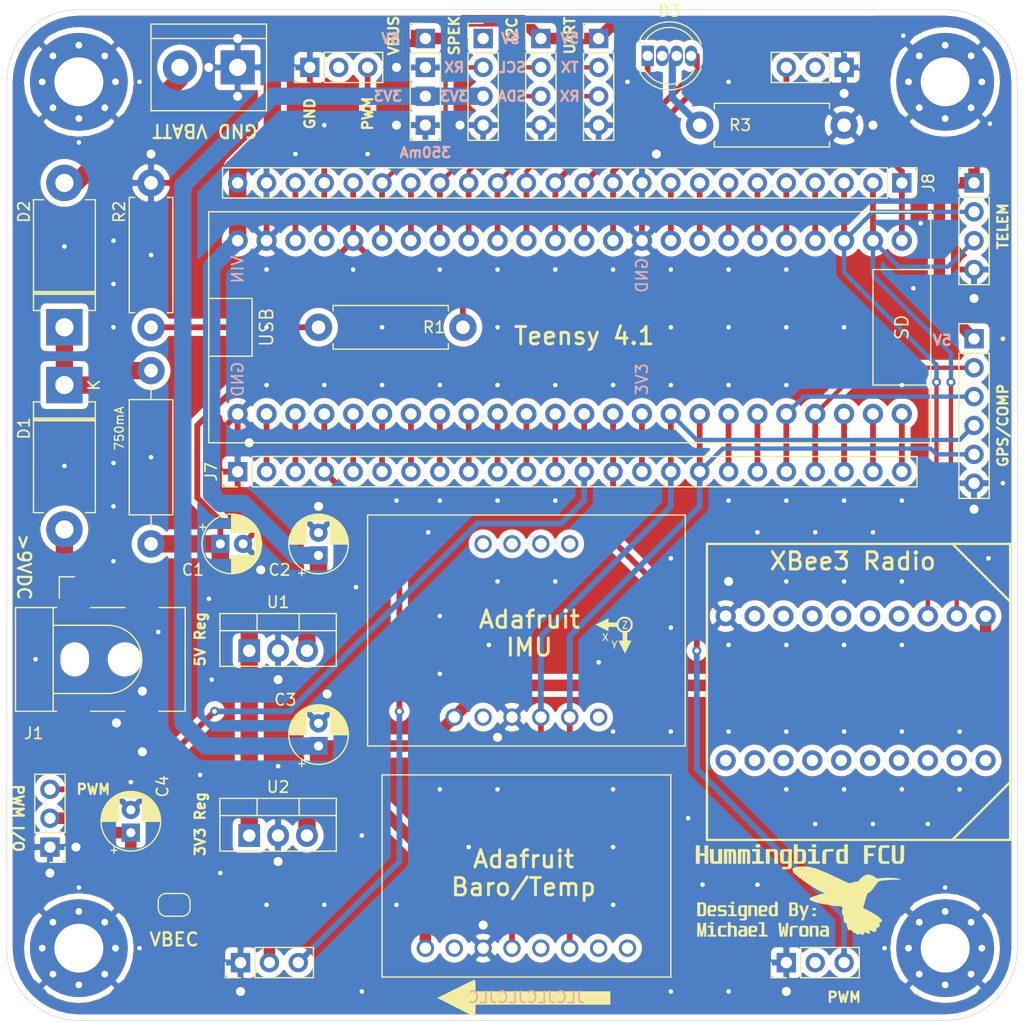
<source format=kicad_pcb>
(kicad_pcb (version 20171130) (host pcbnew "(5.1.6)-1")
  (layers (0 F.Cu signal) (31 B.Cu signal) (35 F.Paste user) (36 B.SilkS user) (37 F.SilkS user) (38 B.Mask user) (39 F.Mask user) (44 Edge.Cuts user))
  (net 0 "")
  (net 1 VCC)
  (net 2 GND)
  (net 3 +5V)
  (net 4 +3V3)
  (net 5 5V_BEC)
  (net 6 "Net-(D1-Pad2)")
  (net 7 "Net-(D1-Pad1)")
  (net 8 "Net-(D2-Pad2)")
  (net 9 LED_STATR)
  (net 10 LED_STATG)
  (net 11 LED_STATB)
  (net 12 "Net-(D3-Pad4)")
  (net 13 UART_SPEKREC_RX)
  (net 14 "Net-(J4-Pad1)")
  (net 15 I2C1_SCL)
  (net 16 I2C1_SDA)
  (net 17 UART1_RX)
  (net 18 UART1_TX)
  (net 19 "Net-(J7-Pad2)")
  (net 20 "Net-(J7-Pad3)")
  (net 21 PWM_M3)
  (net 22 "Net-(J7-Pad5)")
  (net 23 "Net-(J7-Pad6)")
  (net 24 "Net-(J7-Pad7)")
  (net 25 "Net-(J7-Pad8)")
  (net 26 "Net-(J7-Pad9)")
  (net 27 "Net-(J7-Pad10)")
  (net 28 "Net-(J7-Pad11)")
  (net 29 "Net-(J7-Pad12)")
  (net 30 PWM0_IO)
  (net 31 PWM_M4)
  (net 32 "Net-(J7-Pad15)")
  (net 33 I2C_SENS_SCL)
  (net 34 I2C_SENS_SDA)
  (net 35 "Net-(J7-Pad18)")
  (net 36 "Net-(J7-Pad19)")
  (net 37 UART_GPS_RX)
  (net 38 UART_GPS_TX)
  (net 39 "Net-(J7-Pad22)")
  (net 40 "Net-(J7-Pad23)")
  (net 41 "Net-(J7-Pad24)")
  (net 42 "Net-(J8-Pad22)")
  (net 43 PWM_M1)
  (net 44 VREAD_VCC)
  (net 45 "Net-(J8-Pad18)")
  (net 46 "Net-(J8-Pad9)")
  (net 47 "Net-(J8-Pad8)")
  (net 48 "Net-(J8-Pad7)")
  (net 49 "Net-(J8-Pad6)")
  (net 50 "Net-(J8-Pad5)")
  (net 51 "Net-(J8-Pad4)")
  (net 52 UART_TLM_TX)
  (net 53 UART_TLM_RX)
  (net 54 PWM_M2)
  (net 55 "Net-(J11-Pad2)")
  (net 56 "Net-(J12-Pad2)")
  (net 57 "Net-(U4-Pad6)")
  (net 58 "Net-(U4-Pad7)")
  (net 59 "Net-(U4-Pad8)")
  (net 60 "Net-(U4-Pad9)")
  (net 61 "Net-(U5-Pad9)")
  (net 62 "Net-(U5-Pad7)")
  (net 63 "Net-(U5-Pad8)")
  (net 64 "Net-(U5-Pad6)")
  (net 65 "Net-(U6-Pad8)")
  (net 66 "Net-(U6-Pad7)")
  (net 67 "Net-(U6-Pad5)")
  (net 68 "Net-(U6-Pad2)")
  (net 69 "Net-(J14-Pad2)")
  (net 70 "Net-(U4-Pad10)")
  (net 71 "Net-(U4-Pad2)")
  (net 72 "Net-(U5-Pad20)")
  (net 73 "Net-(U5-Pad19)")
  (net 74 "Net-(U5-Pad18)")
  (net 75 "Net-(U5-Pad17)")
  (net 76 "Net-(U5-Pad16)")
  (net 77 "Net-(U5-Pad15)")
  (net 78 "Net-(U5-Pad14)")
  (net 79 "Net-(U5-Pad13)")
  (net 80 "Net-(U5-Pad12)")
  (net 81 "Net-(U5-Pad11)")
  (net 82 "Net-(U5-Pad4)")
  (net 83 "Net-(U5-Pad5)")
  (net 84 "Net-(C4-Pad1)")
  (module imu-logo:hummingbird (layer F.Cu) (at 176.53 122.936)
    (fp_text reference G*** hide)
    (fp_text value LOGO hide)
  )
  (module Connector_PinHeader_2.54mm:PinHeader_1x04_P2.54mm_Vertical (layer F.Cu) (at 143.51 45.72)
    (fp_text reference J3)
    (fp_text value "VOLT BUSES")
    (pad 1 thru_hole rect (at 0 0) (size 1.7 1.7) (drill 1) (layers *.Cu *.Mask) (net 3 +5V))
    (pad 2 thru_hole rect (at 0 2.54) (size 1.7 1.7) (drill 1) (layers *.Cu *.Mask) (net 2 GND))
    (pad 3 thru_hole rect (at 0 5.08) (size 1.7 1.7) (drill 1) (layers *.Cu *.Mask) (net 4 +3V3))
    (pad 4 thru_hole rect (at 0 7.62) (size 1.7 1.7) (drill 1) (layers *.Cu *.Mask) (net 2 GND))
  )
  (module imu-logo:arrow-750mils (layer F.Cu) (at 150.368 130.048)
    (fp_text reference G*** hide)
    (fp_text value LOGO hide)
  )
  (module imu-logo:imu-logo-z-up (layer F.Cu) (at 159.766 98.552)
    (fp_text reference G*** hide)
    (fp_text value LOGO hide)
  )
  (module Package_TO_SOT_THT:TO-220-3_Vertical (layer F.Cu) (at 128.016 115.824)
    (fp_text reference U2 (at 2.54 -4.27) (layer F.SilkS))
    (fp_text value "UA78M33 3V3 LinReg")
    (pad 3 thru_hole rect (at 0 0) (size 1.905 2) (drill 1.1) (layers *.Cu *.Mask) (net 1 VCC))
    (pad 1 thru_hole oval (at 2.54 0) (size 1.905 2) (drill 1.1) (layers *.Cu *.Mask) (net 2 GND))
    (pad 2 thru_hole oval (at 5.08 0) (size 1.905 2) (drill 1.1) (layers *.Cu *.Mask) (net 4 +3V3))
  )
  (module Package_TO_SOT_THT:TO-220-3_Vertical (layer F.Cu) (at 128.016 99.568)
    (fp_text reference U1 (at 2.54 -4.27) (layer F.SilkS))
    (fp_text value "UA78M05 5V LinReg")
    (pad 2 thru_hole oval (at 5.08 0) (size 1.905 2) (drill 1.1) (layers *.Cu *.Mask) (net 3 +5V))
    (pad 1 thru_hole oval (at 2.54 0) (size 1.905 2) (drill 1.1) (layers *.Cu *.Mask) (net 2 GND))
    (pad 3 thru_hole rect (at 0 0) (size 1.905 2) (drill 1.1) (layers *.Cu *.Mask) (net 1 VCC))
  )
  (module RF_Module:XBee-3-breakout (layer F.Cu) (at 168.91 90.17 270)
    (fp_text reference U5)
    (fp_text value XBee3_Breadboard_Breakout)
    (pad 20 thru_hole circle (at 19.05 -23.876 270) (size 1.778 1.778) (drill 1.016) (layers *.Cu *.Mask) (net 72 "Net-(U5-Pad20)"))
    (pad 19 thru_hole circle (at 19.05 -21.336 270) (size 1.778 1.778) (drill 1.016) (layers *.Cu *.Mask) (net 73 "Net-(U5-Pad19)"))
    (pad 18 thru_hole circle (at 19.05 -18.796 270) (size 1.778 1.778) (drill 1.016) (layers *.Cu *.Mask) (net 74 "Net-(U5-Pad18)"))
    (pad 17 thru_hole circle (at 19.05 -16.256 270) (size 1.778 1.778) (drill 1.016) (layers *.Cu *.Mask) (net 75 "Net-(U5-Pad17)"))
    (pad 16 thru_hole circle (at 19.05 -13.716 270) (size 1.778 1.778) (drill 1.016) (layers *.Cu *.Mask) (net 76 "Net-(U5-Pad16)"))
    (pad 15 thru_hole circle (at 19.05 -11.176 270) (size 1.778 1.778) (drill 1.016) (layers *.Cu *.Mask) (net 77 "Net-(U5-Pad15)"))
    (pad 14 thru_hole circle (at 19.05 -8.636 270) (size 1.778 1.778) (drill 1.016) (layers *.Cu *.Mask) (net 78 "Net-(U5-Pad14)"))
    (pad 13 thru_hole circle (at 19.05 -6.096 270) (size 1.778 1.778) (drill 1.016) (layers *.Cu *.Mask) (net 79 "Net-(U5-Pad13)"))
    (pad 12 thru_hole circle (at 19.05 -3.556 270) (size 1.778 1.778) (drill 1.016) (layers *.Cu *.Mask) (net 80 "Net-(U5-Pad12)"))
    (pad 11 thru_hole circle (at 19.05 -1.016 270) (size 1.778 1.778) (drill 1.016) (layers *.Cu *.Mask) (net 81 "Net-(U5-Pad11)"))
    (pad 1 thru_hole circle (at 6.35 -23.876 270) (size 1.778 1.778) (drill 1.016) (layers *.Cu *.Mask) (net 4 +3V3))
    (pad 2 thru_hole circle (at 6.35 -21.336 270) (size 1.778 1.778) (drill 1.016) (layers *.Cu *.Mask) (net 53 UART_TLM_RX))
    (pad 3 thru_hole circle (at 6.35 -18.796 270) (size 1.778 1.778) (drill 1.016) (layers *.Cu *.Mask) (net 52 UART_TLM_TX))
    (pad 4 thru_hole circle (at 6.35 -16.256 270) (size 1.778 1.778) (drill 1.016) (layers *.Cu *.Mask) (net 82 "Net-(U5-Pad4)"))
    (pad 5 thru_hole circle (at 6.35 -13.716 270) (size 1.778 1.778) (drill 1.016) (layers *.Cu *.Mask) (net 83 "Net-(U5-Pad5)"))
    (pad 6 thru_hole circle (at 6.35 -11.176 270) (size 1.778 1.778) (drill 1.016) (layers *.Cu *.Mask) (net 64 "Net-(U5-Pad6)"))
    (pad 7 thru_hole circle (at 6.35 -8.636 270) (size 1.778 1.778) (drill 1.016) (layers *.Cu *.Mask) (net 62 "Net-(U5-Pad7)"))
    (pad 8 thru_hole circle (at 6.35 -6.096 270) (size 1.778 1.778) (drill 1.016) (layers *.Cu *.Mask) (net 63 "Net-(U5-Pad8)"))
    (pad 9 thru_hole circle (at 6.35 -3.556 270) (size 1.778 1.778) (drill 1.016) (layers *.Cu *.Mask) (net 61 "Net-(U5-Pad9)"))
    (pad 10 thru_hole circle (at 6.35 -1.016 270) (size 1.778 1.778) (drill 1.016) (layers *.Cu *.Mask) (net 2 GND))
  )
  (module Capacitor_THT:CP_Radial_D5.0mm_P2.00mm (layer F.Cu) (at 125.476 90.17)
    (fp_text reference C1 (at -2.413 2.286) (layer F.SilkS))
    (fp_text value 100uF)
    (pad 2 thru_hole circle (at 2 0) (size 1.6 1.6) (drill 0.8) (layers *.Cu *.Mask) (net 2 GND))
    (pad 1 thru_hole rect (at 0 0) (size 1.6 1.6) (drill 0.8) (layers *.Cu *.Mask) (net 1 VCC))
  )
  (module Capacitor_THT:CP_Radial_D5.0mm_P2.00mm (layer F.Cu) (at 134.112 91.186 90)
    (fp_text reference C2 (at -1.27 -3.429 180) (layer F.SilkS))
    (fp_text value 100uF)
    (pad 2 thru_hole circle (at 2 0 90) (size 1.6 1.6) (drill 0.8) (layers *.Cu *.Mask) (net 2 GND))
    (pad 1 thru_hole rect (at 0 0 90) (size 1.6 1.6) (drill 0.8) (layers *.Cu *.Mask) (net 3 +5V))
  )
  (module Capacitor_THT:CP_Radial_D5.0mm_P2.00mm (layer F.Cu) (at 134.112 107.95 90)
    (fp_text reference C3 (at 4.064 -2.921 180) (layer F.SilkS))
    (fp_text value 100uF)
    (pad 1 thru_hole rect (at 0 0 90) (size 1.6 1.6) (drill 0.8) (layers *.Cu *.Mask) (net 4 +3V3))
    (pad 2 thru_hole circle (at 2 0 90) (size 1.6 1.6) (drill 0.8) (layers *.Cu *.Mask) (net 2 GND))
  )
  (module Capacitor_THT:CP_Radial_D5.0mm_P2.00mm (layer F.Cu) (at 117.602 115.57 90)
    (fp_text reference C4 (at 4.064 2.794 90) (layer F.SilkS))
    (fp_text value 10uF)
    (pad 2 thru_hole circle (at 2 0 90) (size 1.6 1.6) (drill 0.8) (layers *.Cu *.Mask) (net 2 GND))
    (pad 1 thru_hole rect (at 0 0 90) (size 1.6 1.6) (drill 0.8) (layers *.Cu *.Mask) (net 84 "Net-(C4-Pad1)"))
  )
  (module Diode_THT:D_DO-201AD_P12.70mm_Horizontal (layer F.Cu) (at 111.76 76.2 270)
    (fp_text reference D1 (at 3.81 3.556 270) (layer F.SilkS))
    (fp_text value Schottky)
    (fp_text user K (at 0 -2.6 270) (layer F.SilkS))
    (pad 2 thru_hole oval (at 12.7 0 270) (size 3.2 3.2) (drill 1.6) (layers *.Cu *.Mask) (net 6 "Net-(D1-Pad2)"))
    (pad 1 thru_hole rect (at 0 0 270) (size 3.2 3.2) (drill 1.6) (layers *.Cu *.Mask) (net 7 "Net-(D1-Pad1)"))
  )
  (module Diode_THT:D_DO-201AD_P12.70mm_Horizontal (layer F.Cu) (at 111.76 71.12 90)
    (fp_text reference D2 (at 10.16 -3.556 90) (layer F.SilkS))
    (fp_text value Schottky)
    (pad 1 thru_hole rect (at 0 0 90) (size 3.2 3.2) (drill 1.6) (layers *.Cu *.Mask) (net 7 "Net-(D1-Pad1)"))
    (pad 2 thru_hole oval (at 12.7 0 90) (size 3.2 3.2) (drill 1.6) (layers *.Cu *.Mask) (net 8 "Net-(D2-Pad2)"))
  )
  (module Resistor_THT:R_Axial_DIN0411_L9.9mm_D3.6mm_P15.24mm_Horizontal (layer F.Cu) (at 119.38 74.93 270)
    (fp_text reference F1)
    (fp_text value 750mA-1A)
    (pad 1 thru_hole circle (at 0 0 270) (size 2.4 2.4) (drill 1.2) (layers *.Cu *.Mask) (net 7 "Net-(D1-Pad1)"))
    (pad 2 thru_hole oval (at 15.24 0 270) (size 2.4 2.4) (drill 1.2) (layers *.Cu *.Mask) (net 1 VCC))
  )
  (module MountingHole:MountingHole_4.3mm_M4_Pad_Via (layer F.Cu) (at 113.03 49.53)
    (fp_text reference H1)
    (fp_text value MountingHole_Pad)
    (pad 1 thru_hole circle (at 0 0) (size 8.6 8.6) (drill 4.3) (layers *.Cu *.Mask) (net 2 GND))
    (pad 1 thru_hole circle (at 3.225 0) (size 0.9 0.9) (drill 0.6) (layers *.Cu *.Mask) (net 2 GND))
    (pad 1 thru_hole circle (at 2.280419 2.280419) (size 0.9 0.9) (drill 0.6) (layers *.Cu *.Mask) (net 2 GND))
    (pad 1 thru_hole circle (at 0 3.225) (size 0.9 0.9) (drill 0.6) (layers *.Cu *.Mask) (net 2 GND))
    (pad 1 thru_hole circle (at -2.280419 2.280419) (size 0.9 0.9) (drill 0.6) (layers *.Cu *.Mask) (net 2 GND))
    (pad 1 thru_hole circle (at -3.225 0) (size 0.9 0.9) (drill 0.6) (layers *.Cu *.Mask) (net 2 GND))
    (pad 1 thru_hole circle (at -2.280419 -2.280419) (size 0.9 0.9) (drill 0.6) (layers *.Cu *.Mask) (net 2 GND))
    (pad 1 thru_hole circle (at 0 -3.225) (size 0.9 0.9) (drill 0.6) (layers *.Cu *.Mask) (net 2 GND))
    (pad 1 thru_hole circle (at 2.280419 -2.280419) (size 0.9 0.9) (drill 0.6) (layers *.Cu *.Mask) (net 2 GND))
  )
  (module MountingHole:MountingHole_4.3mm_M4_Pad_Via (layer F.Cu) (at 189.23 49.53)
    (fp_text reference H2)
    (fp_text value MountingHole_Pad)
    (pad 1 thru_hole circle (at 2.280419 -2.280419) (size 0.9 0.9) (drill 0.6) (layers *.Cu *.Mask) (net 2 GND))
    (pad 1 thru_hole circle (at 0 -3.225) (size 0.9 0.9) (drill 0.6) (layers *.Cu *.Mask) (net 2 GND))
    (pad 1 thru_hole circle (at -2.280419 -2.280419) (size 0.9 0.9) (drill 0.6) (layers *.Cu *.Mask) (net 2 GND))
    (pad 1 thru_hole circle (at -3.225 0) (size 0.9 0.9) (drill 0.6) (layers *.Cu *.Mask) (net 2 GND))
    (pad 1 thru_hole circle (at -2.280419 2.280419) (size 0.9 0.9) (drill 0.6) (layers *.Cu *.Mask) (net 2 GND))
    (pad 1 thru_hole circle (at 0 3.225) (size 0.9 0.9) (drill 0.6) (layers *.Cu *.Mask) (net 2 GND))
    (pad 1 thru_hole circle (at 2.280419 2.280419) (size 0.9 0.9) (drill 0.6) (layers *.Cu *.Mask) (net 2 GND))
    (pad 1 thru_hole circle (at 3.225 0) (size 0.9 0.9) (drill 0.6) (layers *.Cu *.Mask) (net 2 GND))
    (pad 1 thru_hole circle (at 0 0) (size 8.6 8.6) (drill 4.3) (layers *.Cu *.Mask) (net 2 GND))
  )
  (module MountingHole:MountingHole_4.3mm_M4_Pad_Via (layer F.Cu) (at 189.23 125.73)
    (fp_text reference H3)
    (fp_text value MountingHole_Pad)
    (pad 1 thru_hole circle (at 2.280419 -2.280419) (size 0.9 0.9) (drill 0.6) (layers *.Cu *.Mask) (net 2 GND))
    (pad 1 thru_hole circle (at 0 -3.225) (size 0.9 0.9) (drill 0.6) (layers *.Cu *.Mask) (net 2 GND))
    (pad 1 thru_hole circle (at -2.280419 -2.280419) (size 0.9 0.9) (drill 0.6) (layers *.Cu *.Mask) (net 2 GND))
    (pad 1 thru_hole circle (at -3.225 0) (size 0.9 0.9) (drill 0.6) (layers *.Cu *.Mask) (net 2 GND))
    (pad 1 thru_hole circle (at -2.280419 2.280419) (size 0.9 0.9) (drill 0.6) (layers *.Cu *.Mask) (net 2 GND))
    (pad 1 thru_hole circle (at 0 3.225) (size 0.9 0.9) (drill 0.6) (layers *.Cu *.Mask) (net 2 GND))
    (pad 1 thru_hole circle (at 2.280419 2.280419) (size 0.9 0.9) (drill 0.6) (layers *.Cu *.Mask) (net 2 GND))
    (pad 1 thru_hole circle (at 3.225 0) (size 0.9 0.9) (drill 0.6) (layers *.Cu *.Mask) (net 2 GND))
    (pad 1 thru_hole circle (at 0 0) (size 8.6 8.6) (drill 4.3) (layers *.Cu *.Mask) (net 2 GND))
  )
  (module MountingHole:MountingHole_4.3mm_M4_Pad_Via (layer F.Cu) (at 113.03 125.73)
    (fp_text reference H4)
    (fp_text value MountingHole_Pad)
    (pad 1 thru_hole circle (at 0 0) (size 8.6 8.6) (drill 4.3) (layers *.Cu *.Mask) (net 2 GND))
    (pad 1 thru_hole circle (at 3.225 0) (size 0.9 0.9) (drill 0.6) (layers *.Cu *.Mask) (net 2 GND))
    (pad 1 thru_hole circle (at 2.280419 2.280419) (size 0.9 0.9) (drill 0.6) (layers *.Cu *.Mask) (net 2 GND))
    (pad 1 thru_hole circle (at 0 3.225) (size 0.9 0.9) (drill 0.6) (layers *.Cu *.Mask) (net 2 GND))
    (pad 1 thru_hole circle (at -2.280419 2.280419) (size 0.9 0.9) (drill 0.6) (layers *.Cu *.Mask) (net 2 GND))
    (pad 1 thru_hole circle (at -3.225 0) (size 0.9 0.9) (drill 0.6) (layers *.Cu *.Mask) (net 2 GND))
    (pad 1 thru_hole circle (at -2.280419 -2.280419) (size 0.9 0.9) (drill 0.6) (layers *.Cu *.Mask) (net 2 GND))
    (pad 1 thru_hole circle (at 0 -3.225) (size 0.9 0.9) (drill 0.6) (layers *.Cu *.Mask) (net 2 GND))
    (pad 1 thru_hole circle (at 2.280419 -2.280419) (size 0.9 0.9) (drill 0.6) (layers *.Cu *.Mask) (net 2 GND))
  )
  (module Connector_BarrelJack:BarrelJack_CLIFF_FC681465S_SMT_Horizontal (layer F.Cu) (at 115.57 100.33)
    (fp_text reference J1 (at -6.5 6.5 180) (layer F.SilkS))
    (fp_text value Jack)
    (pad "" np_thru_hole oval (at -2.9 0 90) (size 2 1.5) (drill oval 2 1.5) (layers *.Cu *.Mask))
    (pad "" np_thru_hole circle (at 1.5 0 90) (size 2 2) (drill 2) (layers *.Cu *.Mask))
    (pad 1 smd rect (at -3 -5.5 90) (size 3 2) (layers F.Cu F.Paste F.Mask) (net 6 "Net-(D1-Pad2)"))
    (pad 1 smd rect (at 3 -5.5 90) (size 3 2) (layers F.Cu F.Paste F.Mask) (net 6 "Net-(D1-Pad2)"))
    (pad 2 smd rect (at 3 5.5 90) (size 3 2) (layers F.Cu F.Paste F.Mask) (net 2 GND))
    (pad 3 smd rect (at -3 5.5 90) (size 3 2) (layers F.Cu F.Paste F.Mask))
  )
  (module TerminalBlock:TerminalBlock_bornier-2_P5.08mm (layer F.Cu) (at 127 48.26 180)
    (fp_text reference J2)
    (fp_text value BATT_VCC)
    (pad 1 thru_hole rect (at 0 0 180) (size 3 3) (drill 1.52) (layers *.Cu *.Mask) (net 2 GND))
    (pad 2 thru_hole circle (at 5.08 0 180) (size 3 3) (drill 1.52) (layers *.Cu *.Mask) (net 8 "Net-(D2-Pad2)"))
  )
  (module Connector_PinHeader_2.54mm:PinHeader_1x04_P2.54mm_Vertical (layer F.Cu) (at 148.59 45.72)
    (fp_text reference J4)
    (fp_text value SPEK_RECV)
    (pad 4 thru_hole oval (at 0 7.62) (size 1.7 1.7) (drill 1) (layers *.Cu *.Mask) (net 2 GND))
    (pad 3 thru_hole oval (at 0 5.08) (size 1.7 1.7) (drill 1) (layers *.Cu *.Mask) (net 4 +3V3))
    (pad 2 thru_hole oval (at 0 2.54) (size 1.7 1.7) (drill 1) (layers *.Cu *.Mask) (net 13 UART_SPEKREC_RX))
    (pad 1 thru_hole rect (at 0 0) (size 1.7 1.7) (drill 1) (layers *.Cu *.Mask) (net 14 "Net-(J4-Pad1)"))
  )
  (module Connector_PinHeader_2.54mm:PinHeader_1x04_P2.54mm_Vertical (layer F.Cu) (at 153.67 45.72)
    (fp_text reference J5)
    (fp_text value I2C1)
    (pad 1 thru_hole rect (at 0 0) (size 1.7 1.7) (drill 1) (layers *.Cu *.Mask) (net 3 +5V))
    (pad 2 thru_hole oval (at 0 2.54) (size 1.7 1.7) (drill 1) (layers *.Cu *.Mask) (net 15 I2C1_SCL))
    (pad 3 thru_hole oval (at 0 5.08) (size 1.7 1.7) (drill 1) (layers *.Cu *.Mask) (net 16 I2C1_SDA))
    (pad 4 thru_hole oval (at 0 7.62) (size 1.7 1.7) (drill 1) (layers *.Cu *.Mask) (net 2 GND))
  )
  (module Connector_PinHeader_2.54mm:PinHeader_1x04_P2.54mm_Vertical (layer F.Cu) (at 158.75 45.72)
    (fp_text reference J6)
    (fp_text value UART1)
    (pad 4 thru_hole oval (at 0 7.62) (size 1.7 1.7) (drill 1) (layers *.Cu *.Mask) (net 2 GND))
    (pad 3 thru_hole oval (at 0 5.08) (size 1.7 1.7) (drill 1) (layers *.Cu *.Mask) (net 17 UART1_RX))
    (pad 2 thru_hole oval (at 0 2.54) (size 1.7 1.7) (drill 1) (layers *.Cu *.Mask) (net 18 UART1_TX))
    (pad 1 thru_hole rect (at 0 0) (size 1.7 1.7) (drill 1) (layers *.Cu *.Mask) (net 3 +5V))
  )
  (module Connector_PinHeader_2.54mm:PinHeader_1x24_P2.54mm_Vertical (layer F.Cu) (at 127 83.82 90)
    (fp_text reference J7 (at 0 -2.33 90) (layer F.SilkS))
    (fp_text value "Pins Left")
    (pad 1 thru_hole rect (at 0 0 90) (size 1.7 1.7) (drill 1) (layers *.Cu *.Mask) (net 2 GND))
    (pad 2 thru_hole oval (at 0 2.54 90) (size 1.7 1.7) (drill 1) (layers *.Cu *.Mask) (net 19 "Net-(J7-Pad2)"))
    (pad 3 thru_hole oval (at 0 5.08 90) (size 1.7 1.7) (drill 1) (layers *.Cu *.Mask) (net 20 "Net-(J7-Pad3)"))
    (pad 4 thru_hole oval (at 0 7.62 90) (size 1.7 1.7) (drill 1) (layers *.Cu *.Mask) (net 21 PWM_M3))
    (pad 5 thru_hole oval (at 0 10.16 90) (size 1.7 1.7) (drill 1) (layers *.Cu *.Mask) (net 22 "Net-(J7-Pad5)"))
    (pad 6 thru_hole oval (at 0 12.7 90) (size 1.7 1.7) (drill 1) (layers *.Cu *.Mask) (net 23 "Net-(J7-Pad6)"))
    (pad 7 thru_hole oval (at 0 15.24 90) (size 1.7 1.7) (drill 1) (layers *.Cu *.Mask) (net 24 "Net-(J7-Pad7)"))
    (pad 8 thru_hole oval (at 0 17.78 90) (size 1.7 1.7) (drill 1) (layers *.Cu *.Mask) (net 25 "Net-(J7-Pad8)"))
    (pad 9 thru_hole oval (at 0 20.32 90) (size 1.7 1.7) (drill 1) (layers *.Cu *.Mask) (net 26 "Net-(J7-Pad9)"))
    (pad 10 thru_hole oval (at 0 22.86 90) (size 1.7 1.7) (drill 1) (layers *.Cu *.Mask) (net 27 "Net-(J7-Pad10)"))
    (pad 11 thru_hole oval (at 0 25.4 90) (size 1.7 1.7) (drill 1) (layers *.Cu *.Mask) (net 28 "Net-(J7-Pad11)"))
    (pad 12 thru_hole oval (at 0 27.94 90) (size 1.7 1.7) (drill 1) (layers *.Cu *.Mask) (net 29 "Net-(J7-Pad12)"))
    (pad 13 thru_hole oval (at 0 30.48 90) (size 1.7 1.7) (drill 1) (layers *.Cu *.Mask) (net 30 PWM0_IO))
    (pad 14 thru_hole oval (at 0 33.02 90) (size 1.7 1.7) (drill 1) (layers *.Cu *.Mask) (net 31 PWM_M4))
    (pad 15 thru_hole oval (at 0 35.56 90) (size 1.7 1.7) (drill 1) (layers *.Cu *.Mask) (net 32 "Net-(J7-Pad15)"))
    (pad 16 thru_hole oval (at 0 38.1 90) (size 1.7 1.7) (drill 1) (layers *.Cu *.Mask) (net 33 I2C_SENS_SCL))
    (pad 17 thru_hole oval (at 0 40.64 90) (size 1.7 1.7) (drill 1) (layers *.Cu *.Mask) (net 34 I2C_SENS_SDA))
    (pad 18 thru_hole oval (at 0 43.18 90) (size 1.7 1.7) (drill 1) (layers *.Cu *.Mask) (net 35 "Net-(J7-Pad18)"))
    (pad 19 thru_hole oval (at 0 45.72 90) (size 1.7 1.7) (drill 1) (layers *.Cu *.Mask) (net 36 "Net-(J7-Pad19)"))
    (pad 20 thru_hole oval (at 0 48.26 90) (size 1.7 1.7) (drill 1) (layers *.Cu *.Mask) (net 37 UART_GPS_RX))
    (pad 21 thru_hole oval (at 0 50.8 90) (size 1.7 1.7) (drill 1) (layers *.Cu *.Mask) (net 38 UART_GPS_TX))
    (pad 22 thru_hole oval (at 0 53.34 90) (size 1.7 1.7) (drill 1) (layers *.Cu *.Mask) (net 39 "Net-(J7-Pad22)"))
    (pad 23 thru_hole oval (at 0 55.88 90) (size 1.7 1.7) (drill 1) (layers *.Cu *.Mask) (net 40 "Net-(J7-Pad23)"))
    (pad 24 thru_hole oval (at 0 58.42 90) (size 1.7 1.7) (drill 1) (layers *.Cu *.Mask) (net 41 "Net-(J7-Pad24)"))
  )
  (module Connector_PinHeader_2.54mm:PinHeader_1x24_P2.54mm_Vertical (layer F.Cu) (at 185.42 58.42 270)
    (fp_text reference J8 (at 0 -2.33 270) (layer F.SilkS))
    (fp_text value "Pins Right")
    (pad 24 thru_hole oval (at 0 58.42 270) (size 1.7 1.7) (drill 1) (layers *.Cu *.Mask) (net 3 +5V))
    (pad 23 thru_hole oval (at 0 55.88 270) (size 1.7 1.7) (drill 1) (layers *.Cu *.Mask) (net 2 GND))
    (pad 22 thru_hole oval (at 0 53.34 270) (size 1.7 1.7) (drill 1) (layers *.Cu *.Mask) (net 42 "Net-(J8-Pad22)"))
    (pad 21 thru_hole oval (at 0 50.8 270) (size 1.7 1.7) (drill 1) (layers *.Cu *.Mask) (net 43 PWM_M1))
    (pad 20 thru_hole oval (at 0 48.26 270) (size 1.7 1.7) (drill 1) (layers *.Cu *.Mask) (net 44 VREAD_VCC))
    (pad 19 thru_hole oval (at 0 45.72 270) (size 1.7 1.7) (drill 1) (layers *.Cu *.Mask) (net 13 UART_SPEKREC_RX))
    (pad 18 thru_hole oval (at 0 43.18 270) (size 1.7 1.7) (drill 1) (layers *.Cu *.Mask) (net 45 "Net-(J8-Pad18)"))
    (pad 17 thru_hole oval (at 0 40.64 270) (size 1.7 1.7) (drill 1) (layers *.Cu *.Mask) (net 15 I2C1_SCL))
    (pad 16 thru_hole oval (at 0 38.1 270) (size 1.7 1.7) (drill 1) (layers *.Cu *.Mask) (net 16 I2C1_SDA))
    (pad 15 thru_hole oval (at 0 35.56 270) (size 1.7 1.7) (drill 1) (layers *.Cu *.Mask) (net 18 UART1_TX))
    (pad 14 thru_hole oval (at 0 33.02 270) (size 1.7 1.7) (drill 1) (layers *.Cu *.Mask) (net 17 UART1_RX))
    (pad 13 thru_hole oval (at 0 30.48 270) (size 1.7 1.7) (drill 1) (layers *.Cu *.Mask) (net 9 LED_STATR))
    (pad 12 thru_hole oval (at 0 27.94 270) (size 1.7 1.7) (drill 1) (layers *.Cu *.Mask) (net 10 LED_STATG))
    (pad 11 thru_hole oval (at 0 25.4 270) (size 1.7 1.7) (drill 1) (layers *.Cu *.Mask) (net 11 LED_STATB))
    (pad 10 thru_hole oval (at 0 22.86 270) (size 1.7 1.7) (drill 1) (layers *.Cu *.Mask) (net 2 GND))
    (pad 9 thru_hole oval (at 0 20.32 270) (size 1.7 1.7) (drill 1) (layers *.Cu *.Mask) (net 46 "Net-(J8-Pad9)"))
    (pad 8 thru_hole oval (at 0 17.78 270) (size 1.7 1.7) (drill 1) (layers *.Cu *.Mask) (net 47 "Net-(J8-Pad8)"))
    (pad 7 thru_hole oval (at 0 15.24 270) (size 1.7 1.7) (drill 1) (layers *.Cu *.Mask) (net 48 "Net-(J8-Pad7)"))
    (pad 6 thru_hole oval (at 0 12.7 270) (size 1.7 1.7) (drill 1) (layers *.Cu *.Mask) (net 49 "Net-(J8-Pad6)"))
    (pad 5 thru_hole oval (at 0 10.16 270) (size 1.7 1.7) (drill 1) (layers *.Cu *.Mask) (net 50 "Net-(J8-Pad5)"))
    (pad 4 thru_hole oval (at 0 7.62 270) (size 1.7 1.7) (drill 1) (layers *.Cu *.Mask) (net 51 "Net-(J8-Pad4)"))
    (pad 3 thru_hole oval (at 0 5.08 270) (size 1.7 1.7) (drill 1) (layers *.Cu *.Mask) (net 52 UART_TLM_TX))
    (pad 2 thru_hole oval (at 0 2.54 270) (size 1.7 1.7) (drill 1) (layers *.Cu *.Mask) (net 53 UART_TLM_RX))
    (pad 1 thru_hole rect (at 0 0 270) (size 1.7 1.7) (drill 1) (layers *.Cu *.Mask) (net 54 PWM_M2))
  )
  (module Connector_PinHeader_2.54mm:PinHeader_1x04_P2.54mm_Vertical (layer F.Cu) (at 191.77 58.42)
    (fp_text reference J9)
    (fp_text value UART1)
    (pad 1 thru_hole rect (at 0 0) (size 1.7 1.7) (drill 1) (layers *.Cu *.Mask) (net 3 +5V))
    (pad 2 thru_hole oval (at 0 2.54) (size 1.7 1.7) (drill 1) (layers *.Cu *.Mask) (net 52 UART_TLM_TX))
    (pad 3 thru_hole oval (at 0 5.08) (size 1.7 1.7) (drill 1) (layers *.Cu *.Mask) (net 53 UART_TLM_RX))
    (pad 4 thru_hole oval (at 0 7.62) (size 1.7 1.7) (drill 1) (layers *.Cu *.Mask) (net 2 GND))
  )
  (module Connector_PinHeader_2.54mm:PinHeader_1x06_P2.54mm_Vertical (layer F.Cu) (at 191.77 72.136)
    (fp_text reference J10)
    (fp_text value GPS_MAG)
    (pad 6 thru_hole oval (at 0 12.7) (size 1.7 1.7) (drill 1) (layers *.Cu *.Mask) (net 2 GND))
    (pad 5 thru_hole oval (at 0 10.16) (size 1.7 1.7) (drill 1) (layers *.Cu *.Mask) (net 34 I2C_SENS_SDA))
    (pad 4 thru_hole oval (at 0 7.62) (size 1.7 1.7) (drill 1) (layers *.Cu *.Mask) (net 33 I2C_SENS_SCL))
    (pad 3 thru_hole oval (at 0 5.08) (size 1.7 1.7) (drill 1) (layers *.Cu *.Mask) (net 37 UART_GPS_RX))
    (pad 2 thru_hole oval (at 0 2.54) (size 1.7 1.7) (drill 1) (layers *.Cu *.Mask) (net 38 UART_GPS_TX))
    (pad 1 thru_hole rect (at 0 0) (size 1.7 1.7) (drill 1) (layers *.Cu *.Mask) (net 3 +5V))
  )
  (module Connector_PinHeader_2.54mm:PinHeader_1x03_P2.54mm_Vertical (layer F.Cu) (at 110.49 116.84 180)
    (fp_text reference J15)
    (fp_text value PWM0_OUT)
    (pad 1 thru_hole rect (at 0 0 180) (size 1.7 1.7) (drill 1) (layers *.Cu *.Mask) (net 2 GND))
    (pad 2 thru_hole oval (at 0 2.54 180) (size 1.7 1.7) (drill 1) (layers *.Cu *.Mask) (net 84 "Net-(C4-Pad1)"))
    (pad 3 thru_hole oval (at 0 5.08 180) (size 1.7 1.7) (drill 1) (layers *.Cu *.Mask) (net 30 PWM0_IO))
  )
  (module Jumper:SolderJumper-2_P1.3mm_Open_RoundedPad1.0x1.5mm (layer F.Cu) (at 121.412 121.92)
    (fp_text reference JP1)
    (fp_text value Sol_Jmp)
    (pad 1 smd custom (at -0.65 0) (size 1 0.5) (layers F.Cu F.Mask) (net 84 "Net-(C4-Pad1)") (options (clearance outline) (anchor rect)) (primitives (gr_circle (center 0 0.25) (end 0.5 0.25) (width 0)) (gr_circle (center 0 -0.25) (end 0.5 -0.25) (width 0)) (gr_poly (pts (xy 0 -0.75) (xy 0.5 -0.75) (xy 0.5 0.75) (xy 0 0.75)) (width 0))))
    (pad 2 smd custom (at 0.65 0) (size 1 0.5) (layers F.Cu F.Mask) (net 5 5V_BEC) (options (clearance outline) (anchor rect)) (primitives (gr_circle (center 0 0.25) (end 0.5 0.25) (width 0)) (gr_circle (center 0 -0.25) (end 0.5 -0.25) (width 0)) (gr_poly (pts (xy 0 -0.75) (xy -0.5 -0.75) (xy -0.5 0.75) (xy 0 0.75)) (width 0))))
  )
  (module Resistor_THT:R_Axial_DIN0411_L9.9mm_D3.6mm_P12.70mm_Horizontal (layer F.Cu) (at 134.112 71.12)
    (fp_text reference R1 (at 10.16 0) (layer F.SilkS))
    (fp_text value 5k1)
    (pad 2 thru_hole oval (at 12.7 0) (size 2.4 2.4) (drill 1.2) (layers *.Cu *.Mask) (net 44 VREAD_VCC))
    (pad 1 thru_hole circle (at 0 0) (size 2.4 2.4) (drill 1.2) (layers *.Cu *.Mask) (net 1 VCC))
  )
  (module Resistor_THT:R_Axial_DIN0411_L9.9mm_D3.6mm_P12.70mm_Horizontal (layer F.Cu) (at 119.38 71.12 90)
    (fp_text reference R2 (at 10.16 -2.794 90) (layer F.SilkS))
    (fp_text value 1k)
    (pad 1 thru_hole circle (at 0 0 90) (size 2.4 2.4) (drill 1.2) (layers *.Cu *.Mask) (net 44 VREAD_VCC))
    (pad 2 thru_hole oval (at 12.7 0 90) (size 2.4 2.4) (drill 1.2) (layers *.Cu *.Mask) (net 2 GND))
  )
  (module Resistor_THT:R_Axial_DIN0411_L9.9mm_D3.6mm_P12.70mm_Horizontal (layer F.Cu) (at 180.34 53.34 180)
    (fp_text reference R3 (at 9.144 0 180) (layer F.SilkS))
    (fp_text value 330)
    (pad 1 thru_hole circle (at 0 0 180) (size 2.4 2.4) (drill 1.2) (layers *.Cu *.Mask) (net 2 GND))
    (pad 2 thru_hole oval (at 12.7 0 180) (size 2.4 2.4) (drill 1.2) (layers *.Cu *.Mask) (net 12 "Net-(D3-Pad4)"))
  )
  (module Module:Teensy4.1 (layer F.Cu) (at 154.94 71.12 90)
    (fp_text reference U3)
    (fp_text value Teensy4.1)
    (fp_text user "Teensy 4.1" (at -0.762 2.54 180) (layer F.SilkS) (effects (font (size 1.524 1.524) (thickness 0.254))))
    (fp_text user USB (at 0 -25.4 90) (layer F.SilkS) (effects (font (size 1.143 1.143))))
    (fp_text user GND (at -4.572 -27.94 90) (layer B.SilkS) (effects (font (size 1.016 1.016)) (justify mirror)))
    (fp_text user VIN (at 5.08 -27.94 90) (layer B.SilkS) (effects (font (size 1.016 1.016)) (justify mirror)))
    (fp_text user 3V3 (at -4.572 7.62 90) (layer B.SilkS) (effects (font (size 1.016 1.016))))
    (fp_text user GND (at 4.572 7.62 90) (layer B.SilkS) (effects (font (size 1.016 1.016)) (justify mirror)))
    (fp_text user SD (at 0 30.48 90) (layer F.SilkS) (effects (font (size 1.143 1.143))))
    (pad 48 thru_hole circle (at 7.62 -27.94 90) (size 1.778 1.778) (drill 1.016) (layers *.Cu *.Mask) (net 3 +5V))
    (pad 47 thru_hole circle (at 7.62 -25.4 90) (size 1.778 1.778) (drill 1.016) (layers *.Cu *.Mask) (net 2 GND))
    (pad 46 thru_hole circle (at 7.62 -22.86 90) (size 1.778 1.778) (drill 1.016) (layers *.Cu *.Mask) (net 42 "Net-(J8-Pad22)"))
    (pad 45 thru_hole circle (at 7.62 -20.32 90) (size 1.778 1.778) (drill 1.016) (layers *.Cu *.Mask) (net 43 PWM_M1))
    (pad 44 thru_hole circle (at 7.62 -17.78 90) (size 1.778 1.778) (drill 1.016) (layers *.Cu *.Mask) (net 44 VREAD_VCC))
    (pad 43 thru_hole circle (at 7.62 -15.24 90) (size 1.778 1.778) (drill 1.016) (layers *.Cu *.Mask) (net 13 UART_SPEKREC_RX))
    (pad 42 thru_hole circle (at 7.62 -12.7 90) (size 1.778 1.778) (drill 1.016) (layers *.Cu *.Mask) (net 45 "Net-(J8-Pad18)"))
    (pad 41 thru_hole circle (at 7.62 -10.16 90) (size 1.778 1.778) (drill 1.016) (layers *.Cu *.Mask) (net 15 I2C1_SCL))
    (pad 40 thru_hole circle (at 7.62 -7.62 90) (size 1.778 1.778) (drill 1.016) (layers *.Cu *.Mask) (net 16 I2C1_SDA))
    (pad 39 thru_hole circle (at 7.62 -5.08 90) (size 1.778 1.778) (drill 1.016) (layers *.Cu *.Mask) (net 18 UART1_TX))
    (pad 38 thru_hole circle (at 7.62 -2.54 90) (size 1.778 1.778) (drill 1.016) (layers *.Cu *.Mask) (net 17 UART1_RX))
    (pad 37 thru_hole circle (at 7.62 0 90) (size 1.778 1.778) (drill 1.016) (layers *.Cu *.Mask) (net 9 LED_STATR))
    (pad 36 thru_hole circle (at 7.62 2.54 90) (size 1.778 1.778) (drill 1.016) (layers *.Cu *.Mask) (net 10 LED_STATG))
    (pad 35 thru_hole circle (at 7.62 5.08 90) (size 1.778 1.778) (drill 1.016) (layers *.Cu *.Mask) (net 11 LED_STATB))
    (pad 34 thru_hole circle (at 7.62 7.62 90) (size 1.778 1.778) (drill 1.016) (layers *.Cu *.Mask) (net 2 GND))
    (pad 33 thru_hole circle (at 7.62 10.16 90) (size 1.778 1.778) (drill 1.016) (layers *.Cu *.Mask) (net 46 "Net-(J8-Pad9)"))
    (pad 32 thru_hole circle (at 7.62 12.7 90) (size 1.778 1.778) (drill 1.016) (layers *.Cu *.Mask) (net 47 "Net-(J8-Pad8)"))
    (pad 31 thru_hole circle (at 7.62 15.24 90) (size 1.778 1.778) (drill 1.016) (layers *.Cu *.Mask) (net 48 "Net-(J8-Pad7)"))
    (pad 30 thru_hole circle (at 7.62 17.78 90) (size 1.778 1.778) (drill 1.016) (layers *.Cu *.Mask) (net 49 "Net-(J8-Pad6)"))
    (pad 29 thru_hole circle (at 7.62 20.32 90) (size 1.778 1.778) (drill 1.016) (layers *.Cu *.Mask) (net 50 "Net-(J8-Pad5)"))
    (pad 28 thru_hole circle (at 7.62 22.86 90) (size 1.778 1.778) (drill 1.016) (layers *.Cu *.Mask) (net 51 "Net-(J8-Pad4)"))
    (pad 27 thru_hole circle (at 7.62 25.4 90) (size 1.778 1.778) (drill 1.016) (layers *.Cu *.Mask) (net 52 UART_TLM_TX))
    (pad 26 thru_hole circle (at 7.62 27.94 90) (size 1.778 1.778) (drill 1.016) (layers *.Cu *.Mask) (net 53 UART_TLM_RX))
    (pad 25 thru_hole circle (at 7.62 30.48 90) (size 1.778 1.778) (drill 1.016) (layers *.Cu *.Mask) (net 54 PWM_M2))
    (pad 24 thru_hole circle (at -7.62 30.48 90) (size 1.778 1.778) (drill 1.016) (layers *.Cu *.Mask) (net 41 "Net-(J7-Pad24)"))
    (pad 23 thru_hole circle (at -7.62 27.94 90) (size 1.778 1.778) (drill 1.016) (layers *.Cu *.Mask) (net 40 "Net-(J7-Pad23)"))
    (pad 22 thru_hole circle (at -7.62 25.4 90) (size 1.778 1.778) (drill 1.016) (layers *.Cu *.Mask) (net 39 "Net-(J7-Pad22)"))
    (pad 21 thru_hole circle (at -7.62 22.86 90) (size 1.778 1.778) (drill 1.016) (layers *.Cu *.Mask) (net 38 UART_GPS_TX))
    (pad 20 thru_hole circle (at -7.62 20.32 90) (size 1.778 1.778) (drill 1.016) (layers *.Cu *.Mask) (net 37 UART_GPS_RX))
    (pad 19 thru_hole circle (at -7.62 17.78 90) (size 1.778 1.778) (drill 1.016) (layers *.Cu *.Mask) (net 36 "Net-(J7-Pad19)"))
    (pad 18 thru_hole circle (at -7.62 15.24 90) (size 1.778 1.778) (drill 1.016) (layers *.Cu *.Mask) (net 35 "Net-(J7-Pad18)"))
    (pad 17 thru_hole circle (at -7.62 12.7 90) (size 1.778 1.778) (drill 1.016) (layers *.Cu *.Mask) (net 34 I2C_SENS_SDA))
    (pad 16 thru_hole circle (at -7.62 10.16 90) (size 1.778 1.778) (drill 1.016) (layers *.Cu *.Mask) (net 33 I2C_SENS_SCL))
    (pad 15 thru_hole circle (at -7.62 7.62 90) (size 1.778 1.778) (drill 1.016) (layers *.Cu *.Mask) (net 32 "Net-(J7-Pad15)"))
    (pad 14 thru_hole circle (at -7.62 5.08 90) (size 1.778 1.778) (drill 1.016) (layers *.Cu *.Mask) (net 31 PWM_M4))
    (pad 13 thru_hole circle (at -7.62 2.54 90) (size 1.778 1.778) (drill 1.016) (layers *.Cu *.Mask) (net 30 PWM0_IO))
    (pad 12 thru_hole circle (at -7.62 0 90) (size 1.778 1.778) (drill 1.016) (layers *.Cu *.Mask) (net 29 "Net-(J7-Pad12)"))
    (pad 11 thru_hole circle (at -7.62 -2.54 90) (size 1.778 1.778) (drill 1.016) (layers *.Cu *.Mask) (net 28 "Net-(J7-Pad11)"))
    (pad 10 thru_hole circle (at -7.62 -5.08 90) (size 1.778 1.778) (drill 1.016) (layers *.Cu *.Mask) (net 27 "Net-(J7-Pad10)"))
    (pad 9 thru_hole circle (at -7.62 -7.62 90) (size 1.778 1.778) (drill 1.016) (layers *.Cu *.Mask) (net 26 "Net-(J7-Pad9)"))
    (pad 8 thru_hole circle (at -7.62 -10.16 90) (size 1.778 1.778) (drill 1.016) (layers *.Cu *.Mask) (net 25 "Net-(J7-Pad8)"))
    (pad 7 thru_hole circle (at -7.62 -12.7 90) (size 1.778 1.778) (drill 1.016) (layers *.Cu *.Mask) (net 24 "Net-(J7-Pad7)"))
    (pad 6 thru_hole circle (at -7.62 -15.24 90) (size 1.778 1.778) (drill 1.016) (layers *.Cu *.Mask) (net 23 "Net-(J7-Pad6)"))
    (pad 5 thru_hole circle (at -7.62 -17.78 90) (size 1.778 1.778) (drill 1.016) (layers *.Cu *.Mask) (net 22 "Net-(J7-Pad5)"))
    (pad 4 thru_hole circle (at -7.62 -20.32 90) (size 1.778 1.778) (drill 1.016) (layers *.Cu *.Mask) (net 21 PWM_M3))
    (pad 3 thru_hole circle (at -7.62 -22.86 90) (size 1.778 1.778) (drill 1.016) (layers *.Cu *.Mask) (net 20 "Net-(J7-Pad3)"))
    (pad 2 thru_hole circle (at -7.62 -25.4 90) (size 1.778 1.778) (drill 1.016) (layers *.Cu *.Mask) (net 19 "Net-(J7-Pad2)"))
    (pad 1 thru_hole circle (at -7.62 -27.94 90) (size 1.778 1.778) (drill 1.016) (layers *.Cu *.Mask) (net 2 GND))
  )
  (module Sensor_Motion:Adafruit_FXOS8700_FXAS21002_IMU (layer F.Cu) (at 152.4 97.79)
    (fp_text reference U4)
    (fp_text value Adafruit_FXOS8700_FXAS21002_IMU)
    (pad 10 thru_hole circle (at 3.81 -7.62) (size 1.524 1.524) (drill 1.016) (layers *.Cu *.Mask) (net 70 "Net-(U4-Pad10)"))
    (pad 9 thru_hole circle (at 1.27 -7.62) (size 1.524 1.524) (drill 1.016) (layers *.Cu *.Mask) (net 60 "Net-(U4-Pad9)"))
    (pad 7 thru_hole circle (at -3.81 -7.62) (size 1.524 1.524) (drill 1.016) (layers *.Cu *.Mask) (net 58 "Net-(U4-Pad7)"))
    (pad 8 thru_hole circle (at -1.27 -7.62) (size 1.524 1.524) (drill 1.016) (layers *.Cu *.Mask) (net 59 "Net-(U4-Pad8)"))
    (pad 6 thru_hole circle (at 6.35 7.62) (size 1.524 1.524) (drill 1.016) (layers *.Cu *.Mask) (net 57 "Net-(U4-Pad6)"))
    (pad 5 thru_hole circle (at 3.81 7.62) (size 1.524 1.524) (drill 1.016) (layers *.Cu *.Mask) (net 34 I2C_SENS_SDA))
    (pad 4 thru_hole circle (at 1.27 7.62) (size 1.524 1.524) (drill 1.016) (layers *.Cu *.Mask) (net 33 I2C_SENS_SCL))
    (pad 1 thru_hole circle (at -6.35 7.62) (size 1.524 1.524) (drill 1.016) (layers *.Cu *.Mask) (net 4 +3V3))
    (pad 2 thru_hole circle (at -3.81 7.62) (size 1.524 1.524) (drill 1.016) (layers *.Cu *.Mask) (net 71 "Net-(U4-Pad2)"))
    (pad 3 thru_hole circle (at -1.27 7.62) (size 1.524 1.524) (drill 1.016) (layers *.Cu *.Mask) (net 2 GND))
  )
  (module Sensor_Pressure:Adafruit_BMP_388 (layer F.Cu) (at 152.4 119.38)
    (fp_text reference U6)
    (fp_text value Adafruit_BMP388)
    (pad 8 thru_hole circle (at 8.89 6.35) (size 1.524 1.524) (drill 1.016) (layers *.Cu *.Mask) (net 65 "Net-(U6-Pad8)"))
    (pad 7 thru_hole circle (at 6.35 6.35) (size 1.524 1.524) (drill 1.016) (layers *.Cu *.Mask) (net 66 "Net-(U6-Pad7)"))
    (pad 6 thru_hole circle (at 3.81 6.35) (size 1.524 1.524) (drill 1.016) (layers *.Cu *.Mask) (net 34 I2C_SENS_SDA))
    (pad 5 thru_hole circle (at 1.27 6.35) (size 1.524 1.524) (drill 1.016) (layers *.Cu *.Mask) (net 67 "Net-(U6-Pad5)"))
    (pad 4 thru_hole circle (at -1.27 6.35) (size 1.524 1.524) (drill 1.016) (layers *.Cu *.Mask) (net 33 I2C_SENS_SCL))
    (pad 3 thru_hole circle (at -3.81 6.35) (size 1.524 1.524) (drill 1.016) (layers *.Cu *.Mask) (net 2 GND))
    (pad 2 thru_hole circle (at -6.35 6.35) (size 1.524 1.524) (drill 1.016) (layers *.Cu *.Mask) (net 68 "Net-(U6-Pad2)"))
    (pad 1 thru_hole circle (at -8.89 6.35) (size 1.524 1.524) (drill 1.016) (layers *.Cu *.Mask) (net 4 +3V3))
  )
  (module Connector_PinHeader_2.54mm:PinHeader_1x03_P2.54mm_Vertical (layer F.Cu) (at 133.35 48.26 90)
    (fp_text reference J11)
    (fp_text value M1_OUT)
    (pad 1 thru_hole rect (at 0 0 90) (size 1.7 1.7) (drill 1) (layers *.Cu *.Mask) (net 2 GND))
    (pad 2 thru_hole oval (at 0 2.54 90) (size 1.7 1.7) (drill 1) (layers *.Cu *.Mask) (net 55 "Net-(J11-Pad2)"))
    (pad 3 thru_hole oval (at 0 5.08 90) (size 1.7 1.7) (drill 1) (layers *.Cu *.Mask) (net 43 PWM_M1))
  )
  (module Connector_PinHeader_2.54mm:PinHeader_1x03_P2.54mm_Vertical (layer F.Cu) (at 180.34 48.26 270)
    (fp_text reference J12)
    (fp_text value M2_OUT)
    (pad 1 thru_hole rect (at 0 0 270) (size 1.7 1.7) (drill 1) (layers *.Cu *.Mask) (net 2 GND))
    (pad 2 thru_hole oval (at 0 2.54 270) (size 1.7 1.7) (drill 1) (layers *.Cu *.Mask) (net 56 "Net-(J12-Pad2)"))
    (pad 3 thru_hole oval (at 0 5.08 270) (size 1.7 1.7) (drill 1) (layers *.Cu *.Mask) (net 54 PWM_M2))
  )
  (module Connector_PinHeader_2.54mm:PinHeader_1x03_P2.54mm_Vertical (layer F.Cu) (at 127.254 127 90)
    (fp_text reference J13)
    (fp_text value M3_OUT)
    (pad 3 thru_hole oval (at 0 5.08 90) (size 1.7 1.7) (drill 1) (layers *.Cu *.Mask) (net 21 PWM_M3))
    (pad 2 thru_hole oval (at 0 2.54 90) (size 1.7 1.7) (drill 1) (layers *.Cu *.Mask) (net 5 5V_BEC))
    (pad 1 thru_hole rect (at 0 0 90) (size 1.7 1.7) (drill 1) (layers *.Cu *.Mask) (net 2 GND))
  )
  (module Connector_PinHeader_2.54mm:PinHeader_1x03_P2.54mm_Vertical (layer F.Cu) (at 175.26 127 90)
    (fp_text reference J14)
    (fp_text value M4_OUT)
    (pad 3 thru_hole oval (at 0 5.08 90) (size 1.7 1.7) (drill 1) (layers *.Cu *.Mask) (net 31 PWM_M4))
    (pad 2 thru_hole oval (at 0 2.54 90) (size 1.7 1.7) (drill 1) (layers *.Cu *.Mask) (net 69 "Net-(J14-Pad2)"))
    (pad 1 thru_hole rect (at 0 0 90) (size 1.7 1.7) (drill 1) (layers *.Cu *.Mask) (net 2 GND))
  )
  (module LED_THT:LED_D5.0mm-4_RGB (layer F.Cu) (at 163.068 47.244)
    (fp_text reference D3 (at 1.905 -3.96) (layer F.SilkS))
    (fp_text value LED_RGBC)
    (pad 1 thru_hole rect (at 0 0) (size 1.07 1.8) (drill 0.9) (layers *.Cu *.Mask) (net 9 LED_STATR))
    (pad 2 thru_hole oval (at 1.27 0) (size 1.07 1.8) (drill 0.9) (layers *.Cu *.Mask) (net 10 LED_STATG))
    (pad 3 thru_hole oval (at 2.54 0) (size 1.07 1.8) (drill 0.9) (layers *.Cu *.Mask) (net 11 LED_STATB))
    (pad 4 thru_hole oval (at 3.81 0) (size 1.07 1.8) (drill 0.9) (layers *.Cu *.Mask) (net 12 "Net-(D3-Pad4)"))
  )
  (gr_text JLCJLCJLCJLC (at 152.4 130.048) (layer B.SilkS) (effects (font (size 1 1)) (justify mirror)))
  (gr_text 5V (at 188.976 72.263) (layer B.SilkS) (effects (font (size 0.889 0.889) (thickness 0.2032)) (justify mirror)))
  (gr_text RX (at 156.21 50.8) (layer B.SilkS) (effects (font (size 0.889 0.889) (thickness 0.2032)) (justify mirror)))
  (gr_text TX (at 156.21 48.26) (layer B.SilkS) (effects (font (size 0.889 0.889) (thickness 0.2032)) (justify mirror)))
  (gr_text 5V (at 156.21 45.72) (layer B.SilkS) (effects (font (size 0.889 0.889) (thickness 0.2032)) (justify mirror)))
  (gr_text 5V (at 151.003 45.72) (layer B.SilkS) (effects (font (size 0.889 0.889) (thickness 0.2032)) (justify mirror)))
  (gr_text SCL (at 151.13 48.26) (layer B.SilkS) (effects (font (size 0.889 0.889) (thickness 0.2032)) (justify mirror)))
  (gr_text SDA (at 151.13 50.8) (layer B.SilkS) (effects (font (size 0.889 0.889) (thickness 0.2032)) (justify mirror)))
  (gr_text 350mA (at 143.51 55.753) (layer B.SilkS) (effects (font (size 0.889 0.889) (thickness 0.2032)) (justify mirror)))
  (gr_text 3V3 (at 146.05 50.8) (layer B.SilkS) (effects (font (size 0.889 0.889) (thickness 0.2032)) (justify mirror)))
  (gr_text RX (at 146.05 48.26) (layer B.SilkS) (effects (font (size 0.889 0.889) (thickness 0.2032)) (justify mirror)))
  (gr_text 3V3 (at 140.208 50.8) (layer B.SilkS) (effects (font (size 0.889 0.889) (thickness 0.2032)) (justify mirror)))
  (gr_text 5V (at 140.462 45.72) (layer B.SilkS) (effects (font (size 0.889 0.889) (thickness 0.2032)) (justify mirror)))
  (gr_text VBEC (at 121.412 124.968) (layer F.SilkS) (effects (font (size 1.143 1.143) (thickness 0.2032))))
  (gr_text PWM (at 114.3 111.76) (layer F.SilkS) (effects (font (size 0.889 0.889) (thickness 0.2032))))
  (gr_text "PWM I/O" (at 107.696 114.3 270) (layer F.SilkS) (effects (font (size 0.889 0.889) (thickness 0.2032))))
  (gr_text PWM (at 180.34 130.048) (layer F.SilkS) (effects (font (size 0.889 0.889) (thickness 0.2032))))
  (gr_text GND (at 127 53.848 180) (layer F.SilkS) (effects (font (size 1.143 1.143) (thickness 0.2032))))
  (gr_text VBATT (at 121.92 53.848 180) (layer F.SilkS) (effects (font (size 1.143 1.143) (thickness 0.2032))))
  (gr_text >9VDC (at 108.204 92.202 270) (layer F.SilkS) (effects (font (size 1.143 1.143) (thickness 0.2032))))
  (gr_text "3V3 Reg" (at 123.698 114.808 90) (layer F.SilkS) (effects (font (size 0.889 0.889) (thickness 0.2032))))
  (gr_text "5V Reg" (at 123.698 98.552 90) (layer F.SilkS) (effects (font (size 0.889 0.889) (thickness 0.2032))))
  (gr_text GPS/COMP (at 194.31 79.756 90) (layer F.SilkS) (effects (font (size 0.889 0.889) (thickness 0.2032))))
  (gr_text TELEM (at 194.31 62.23 90) (layer F.SilkS) (effects (font (size 0.889 0.889) (thickness 0.2032))))
  (gr_text UART (at 156.21 45.466 90) (layer F.SilkS) (effects (font (size 0.889 0.889) (thickness 0.2032))))
  (gr_text I2C (at 151.13 44.958 90) (layer F.SilkS) (effects (font (size 0.889 0.889) (thickness 0.2032))))
  (gr_text SPEK (at 146.05 45.466 90) (layer F.SilkS) (effects (font (size 0.889 0.889) (thickness 0.2032))))
  (gr_text VBUS (at 140.716 45.466 90) (layer F.SilkS) (effects (font (size 0.889 0.889) (thickness 0.2032))))
  (gr_text PWM (at 138.43 52.324 90) (layer F.SilkS) (effects (font (size 0.889 0.889) (thickness 0.2032))))
  (gr_text GND (at 133.35 52.324 90) (layer F.SilkS) (effects (font (size 0.889 0.889) (thickness 0.2032))))
  (gr_text 750mA (at 116.586 80.01 90) (layer F.SilkS) (effects (font (size 0.762 0.762) (thickness 0.127))))
  (gr_text "Adafruit\nBaro/Temp" (at 152.146 119.126) (layer F.SilkS) (effects (font (size 1.524 1.524) (thickness 0.254))))
  (gr_text "Adafruit\nIMU" (at 152.654 98.044) (layer F.SilkS) (effects (font (size 1.524 1.524) (thickness 0.254))))
  (gr_text "XBee3 Radio" (at 181.102 91.694) (layer F.SilkS) (effects (font (size 1.524 1.524) (thickness 0.254))))
  (gr_line (start 189.23 132.08) (end 113.03 132.08) (angle 90) (layer Edge.Cuts) (width 0.05))
  (gr_line (start 195.58 49.53) (end 195.58 125.73) (angle 90) (layer Edge.Cuts) (width 0.05))
  (gr_line (start 113.03 43.18) (end 189.23 43.18) (angle 90) (layer Edge.Cuts) (width 0.05))
  (gr_line (start 106.68 125.73) (end 106.68 49.53) (angle 90) (layer Edge.Cuts) (width 0.05))
  (gr_arc (start 113.03 49.53) (end 106.68 49.53) (angle 90) (layer Edge.Cuts) (width 0.05))
  (gr_arc (start 113.03 125.73) (end 113.03 132.08) (angle 90) (layer Edge.Cuts) (width 0.05))
  (gr_arc (start 189.23 125.73) (end 195.58 125.73) (angle 90) (layer Edge.Cuts) (width 0.05))
  (gr_arc (start 189.23 49.53) (end 189.23 43.18) (angle 90) (layer Edge.Cuts) (width 0.05))
  (segment (start 119.38 90.17) (end 125.476 90.17) (width 1.524) (layer F.Cu) (net 1))
  (segment (start 128.016 99.568) (end 128.016 95.504) (width 1.524) (layer F.Cu) (net 1))
  (segment (start 125.476 92.964) (end 125.476 90.17) (width 1.524) (layer F.Cu) (net 1))
  (segment (start 128.016 95.504) (end 125.476 92.964) (width 1.524) (layer F.Cu) (net 1))
  (segment (start 128.016 115.824) (end 128.016 99.568) (width 1.524) (layer F.Cu) (net 1))
  (segment (start 123.444 86.106) (end 123.444 79.756) (width 0.508) (layer F.Cu) (net 1))
  (segment (start 132.08 71.12) (end 134.112 71.12) (width 0.508) (layer F.Cu) (net 1))
  (segment (start 125.476 90.17) (end 125.476 88.138) (width 0.508) (layer F.Cu) (net 1))
  (segment (start 123.444 79.756) (end 132.08 71.12) (width 0.508) (layer F.Cu) (net 1))
  (segment (start 125.476 88.138) (end 123.444 86.106) (width 0.508) (layer F.Cu) (net 1))
  (segment (start 162.56 58.42) (end 162.56 63.5) (width 0.508) (layer F.Cu) (net 2))
  (segment (start 127 83.82) (end 127 78.74) (width 0.508) (layer F.Cu) (net 2))
  (via (at 118.364 49.53) (size 0.8) (drill 0.4) (layers F.Cu B.Cu) (net 2))
  (via (at 113.03 54.864) (size 0.8) (drill 0.4) (layers F.Cu B.Cu) (net 2))
  (via (at 118.364 125.73) (size 0.8) (drill 0.4) (layers F.Cu B.Cu) (net 2))
  (via (at 113.03 120.396) (size 0.8) (drill 0.4) (layers F.Cu B.Cu) (net 2))
  (via (at 189.23 120.396) (size 0.8) (drill 0.4) (layers F.Cu B.Cu) (net 2))
  (via (at 183.896 125.73) (size 0.8) (drill 0.4) (layers F.Cu B.Cu) (net 2))
  (via (at 185.547 45.466) (size 0.8) (drill 0.4) (layers F.Cu B.Cu) (net 2))
  (via (at 193.167 53.213) (size 0.8) (drill 0.4) (layers F.Cu B.Cu) (net 2))
  (via (at 118.618 103.124) (size 1) (drill 0.8) (layers F.Cu B.Cu) (net 2))
  (via (at 116.332 105.918) (size 1) (drill 0.8) (layers F.Cu B.Cu) (net 2))
  (via (at 118.618 108.458) (size 1) (drill 0.8) (layers F.Cu B.Cu) (net 2))
  (via (at 110.49 119.126) (size 1) (drill 0.8) (layers F.Cu B.Cu) (net 2))
  (via (at 112.776 116.84) (size 1) (drill 0.8) (layers F.Cu B.Cu) (net 2))
  (via (at 129.032 92.456) (size 1) (drill 0.8) (layers F.Cu B.Cu) (net 2))
  (via (at 134.112 86.868) (size 1) (drill 0.8) (layers F.Cu B.Cu) (net 2))
  (via (at 128.016 81.28) (size 1) (drill 0.8) (layers F.Cu B.Cu) (net 2))
  (via (at 119.38 55.88) (size 1) (drill 0.8) (layers F.Cu B.Cu) (net 2))
  (via (at 127 50.8) (size 1) (drill 0.8) (layers F.Cu B.Cu) (net 2))
  (via (at 124.46 48.26) (size 1) (drill 0.8) (layers F.Cu B.Cu) (net 2))
  (via (at 127 45.72) (size 1) (drill 0.8) (layers F.Cu B.Cu) (net 2))
  (via (at 140.97 48.26) (size 1) (drill 0.8) (layers F.Cu B.Cu) (net 2))
  (via (at 140.97 53.34) (size 1) (drill 0.8) (layers F.Cu B.Cu) (net 2))
  (via (at 146.558 53.34) (size 1) (drill 0.8) (layers F.Cu B.Cu) (net 2))
  (via (at 182.88 53.34) (size 1) (drill 0.8) (layers F.Cu B.Cu) (net 2))
  (via (at 180.34 50.546) (size 1) (drill 0.8) (layers F.Cu B.Cu) (net 2))
  (via (at 127.254 129.54) (size 1) (drill 0.8) (layers F.Cu B.Cu) (net 2))
  (via (at 175.26 129.54) (size 1) (drill 0.8) (layers F.Cu B.Cu) (net 2))
  (via (at 191.77 68.58) (size 1) (drill 0.8) (layers F.Cu B.Cu) (net 2))
  (via (at 191.77 87.122) (size 1) (drill 0.8) (layers F.Cu B.Cu) (net 2))
  (via (at 170.18 93.472) (size 1) (drill 0.8) (layers F.Cu B.Cu) (net 2))
  (via (at 148.59 123.698) (size 1) (drill 0.8) (layers F.Cu B.Cu) (net 2))
  (via (at 149.86 107.188) (size 1) (drill 0.8) (layers F.Cu B.Cu) (net 2))
  (via (at 132.08 55.88) (size 0.8) (drill 0.4) (layers F.Cu B.Cu) (net 2))
  (via (at 134.62 53.34) (size 0.8) (drill 0.4) (layers F.Cu B.Cu) (net 2))
  (via (at 138.43 55.88) (size 0.8) (drill 0.4) (layers F.Cu B.Cu) (net 2))
  (via (at 161.29 49.53) (size 0.8) (drill 0.4) (layers F.Cu B.Cu) (net 2))
  (via (at 170.18 49.53) (size 0.8) (drill 0.4) (layers F.Cu B.Cu) (net 2))
  (via (at 163.83 55.88) (size 1) (drill 0.8) (layers F.Cu B.Cu) (net 2))
  (via (at 129.54 76.2) (size 0.8) (drill 0.4) (layers F.Cu B.Cu) (net 2))
  (via (at 129.54 71.12) (size 0.8) (drill 0.4) (layers F.Cu B.Cu) (net 2))
  (via (at 129.54 66.04) (size 0.8) (drill 0.4) (layers F.Cu B.Cu) (net 2))
  (via (at 134.62 76.2) (size 0.8) (drill 0.4) (layers F.Cu B.Cu) (net 2))
  (via (at 139.7 76.2) (size 0.8) (drill 0.4) (layers F.Cu B.Cu) (net 2))
  (via (at 144.78 76.2) (size 0.8) (drill 0.4) (layers F.Cu B.Cu) (net 2))
  (via (at 149.86 76.2) (size 0.8) (drill 0.4) (layers F.Cu B.Cu) (net 2))
  (via (at 154.94 76.2) (size 0.8) (drill 0.4) (layers F.Cu B.Cu) (net 2))
  (via (at 160.02 76.2) (size 0.8) (drill 0.4) (layers F.Cu B.Cu) (net 2))
  (via (at 165.1 76.2) (size 0.8) (drill 0.4) (layers F.Cu B.Cu) (net 2))
  (via (at 170.18 76.2) (size 0.8) (drill 0.4) (layers F.Cu B.Cu) (net 2))
  (via (at 175.26 76.2) (size 0.8) (drill 0.4) (layers F.Cu B.Cu) (net 2))
  (via (at 185.42 76.2) (size 0.8) (drill 0.4) (layers F.Cu B.Cu) (net 2))
  (via (at 175.26 71.12) (size 0.8) (drill 0.4) (layers F.Cu B.Cu) (net 2))
  (via (at 175.26 66.04) (size 0.8) (drill 0.4) (layers F.Cu B.Cu) (net 2))
  (via (at 170.18 66.04) (size 0.8) (drill 0.4) (layers F.Cu B.Cu) (net 2))
  (via (at 170.18 71.12) (size 0.8) (drill 0.4) (layers F.Cu B.Cu) (net 2))
  (via (at 165.1 71.12) (size 0.8) (drill 0.4) (layers F.Cu B.Cu) (net 2))
  (via (at 160.02 66.04) (size 0.8) (drill 0.4) (layers F.Cu B.Cu) (net 2))
  (via (at 165.1 66.04) (size 0.8) (drill 0.4) (layers F.Cu B.Cu) (net 2))
  (via (at 154.94 66.04) (size 0.8) (drill 0.4) (layers F.Cu B.Cu) (net 2))
  (via (at 149.86 66.04) (size 0.8) (drill 0.4) (layers F.Cu B.Cu) (net 2))
  (via (at 144.78 66.04) (size 0.8) (drill 0.4) (layers F.Cu B.Cu) (net 2))
  (via (at 139.7 71.12) (size 0.8) (drill 0.4) (layers F.Cu B.Cu) (net 2))
  (via (at 149.86 71.12) (size 0.8) (drill 0.4) (layers F.Cu B.Cu) (net 2))
  (via (at 140.97 86.36) (size 0.8) (drill 0.4) (layers F.Cu B.Cu) (net 2))
  (via (at 144.78 86.36) (size 0.8) (drill 0.4) (layers F.Cu B.Cu) (net 2))
  (via (at 149.86 86.36) (size 0.8) (drill 0.4) (layers F.Cu B.Cu) (net 2))
  (via (at 154.94 86.36) (size 0.8) (drill 0.4) (layers F.Cu B.Cu) (net 2))
  (via (at 170.18 86.36) (size 0.8) (drill 0.4) (layers F.Cu B.Cu) (net 2))
  (via (at 175.26 86.36) (size 0.8) (drill 0.4) (layers F.Cu B.Cu) (net 2))
  (via (at 180.34 86.36) (size 0.8) (drill 0.4) (layers F.Cu B.Cu) (net 2))
  (via (at 185.42 86.36) (size 0.8) (drill 0.4) (layers F.Cu B.Cu) (net 2))
  (via (at 119.38 82.55) (size 0.8) (drill 0.4) (layers F.Cu B.Cu) (net 2))
  (via (at 111.76 83.312) (size 0.8) (drill 0.4) (layers F.Cu B.Cu) (net 2))
  (via (at 111.76 64.008) (size 0.8) (drill 0.4) (layers F.Cu B.Cu) (net 2))
  (via (at 119.38 64.77) (size 0.8) (drill 0.4) (layers F.Cu B.Cu) (net 2))
  (via (at 165.1 91.44) (size 0.8) (drill 0.4) (layers F.Cu B.Cu) (net 2))
  (via (at 193.04 91.44) (size 0.8) (drill 0.4) (layers F.Cu B.Cu) (net 2))
  (via (at 144.78 96.52) (size 0.8) (drill 0.4) (layers F.Cu B.Cu) (net 2))
  (via (at 158.75 100.584) (size 0.8) (drill 0.4) (layers F.Cu B.Cu) (net 2))
  (via (at 165.1 97.536) (size 0.8) (drill 0.4) (layers F.Cu B.Cu) (net 2))
  (via (at 144.78 101.6) (size 0.8) (drill 0.4) (layers F.Cu B.Cu) (net 2))
  (via (at 165.1 106.68) (size 0.8) (drill 0.4) (layers F.Cu B.Cu) (net 2))
  (via (at 170.18 106.68) (size 0.8) (drill 0.4) (layers F.Cu B.Cu) (net 2))
  (via (at 175.26 106.68) (size 0.8) (drill 0.4) (layers F.Cu B.Cu) (net 2))
  (via (at 180.34 106.68) (size 0.8) (drill 0.4) (layers F.Cu B.Cu) (net 2))
  (via (at 185.42 106.68) (size 0.8) (drill 0.4) (layers F.Cu B.Cu) (net 2))
  (via (at 190.5 106.68) (size 0.8) (drill 0.4) (layers F.Cu B.Cu) (net 2))
  (via (at 160.02 106.68) (size 0.8) (drill 0.4) (layers F.Cu B.Cu) (net 2))
  (via (at 149.86 111.76) (size 0.8) (drill 0.4) (layers F.Cu B.Cu) (net 2))
  (via (at 144.78 111.76) (size 0.8) (drill 0.4) (layers F.Cu B.Cu) (net 2))
  (via (at 160.02 111.76) (size 0.8) (drill 0.4) (layers F.Cu B.Cu) (net 2))
  (via (at 175.26 111.76) (size 0.8) (drill 0.4) (layers F.Cu B.Cu) (net 2))
  (via (at 180.34 111.76) (size 0.8) (drill 0.4) (layers F.Cu B.Cu) (net 2))
  (via (at 185.42 111.76) (size 0.8) (drill 0.4) (layers F.Cu B.Cu) (net 2))
  (via (at 190.5 111.76) (size 0.8) (drill 0.4) (layers F.Cu B.Cu) (net 2))
  (via (at 160.02 116.84) (size 0.8) (drill 0.4) (layers F.Cu B.Cu) (net 2))
  (via (at 160.02 121.92) (size 0.8) (drill 0.4) (layers F.Cu B.Cu) (net 2))
  (via (at 134.62 121.92) (size 0.8) (drill 0.4) (layers F.Cu B.Cu) (net 2))
  (via (at 129.54 121.92) (size 0.8) (drill 0.4) (layers F.Cu B.Cu) (net 2))
  (via (at 137.922 129.54) (size 0.8) (drill 0.4) (layers F.Cu B.Cu) (net 2))
  (via (at 165.1 129.54) (size 0.8) (drill 0.4) (layers F.Cu B.Cu) (net 2))
  (via (at 170.18 129.54) (size 0.8) (drill 0.4) (layers F.Cu B.Cu) (net 2))
  (via (at 130.556 118.11) (size 1) (drill 0.8) (layers F.Cu B.Cu) (net 2))
  (via (at 134.874 103.378) (size 1) (drill 0.8) (layers F.Cu B.Cu) (net 2))
  (via (at 130.556 102.108) (size 1) (drill 0.8) (layers F.Cu B.Cu) (net 2))
  (via (at 137.16 66.04) (size 0.8) (drill 0.4) (layers F.Cu B.Cu) (net 2))
  (via (at 180.34 71.12) (size 0.8) (drill 0.4) (layers F.Cu B.Cu) (net 2))
  (via (at 170.18 99.06) (size 0.8) (drill 0.4) (layers F.Cu B.Cu) (net 2))
  (via (at 175.26 99.06) (size 0.8) (drill 0.4) (layers F.Cu B.Cu) (net 2))
  (via (at 180.34 99.06) (size 0.8) (drill 0.4) (layers F.Cu B.Cu) (net 2))
  (via (at 185.42 99.06) (size 0.8) (drill 0.4) (layers F.Cu B.Cu) (net 2))
  (via (at 147.32 116.84) (size 0.8) (drill 0.4) (layers F.Cu B.Cu) (net 2))
  (via (at 123.698 110.49) (size 0.8) (drill 0.4) (layers F.Cu B.Cu) (net 2))
  (via (at 167.894 120.142) (size 0.8) (drill 0.4) (layers F.Cu B.Cu) (net 2))
  (via (at 172.72 120.142) (size 0.8) (drill 0.4) (layers F.Cu B.Cu) (net 2))
  (via (at 116.078 71.12) (size 0.8) (drill 0.4) (layers F.Cu B.Cu) (net 2))
  (via (at 116.078 67.31) (size 0.8) (drill 0.4) (layers F.Cu B.Cu) (net 2))
  (via (at 116.078 63.5) (size 0.8) (drill 0.4) (layers F.Cu B.Cu) (net 2))
  (via (at 116.078 83.058) (size 0.8) (drill 0.4) (layers F.Cu B.Cu) (net 2))
  (via (at 116.078 86.868) (size 0.8) (drill 0.4) (layers F.Cu B.Cu) (net 2))
  (via (at 187.071 61.976) (size 0.8) (drill 0.4) (layers F.Cu B.Cu) (net 2))
  (via (at 186.436 67.691) (size 0.8) (drill 0.4) (layers F.Cu B.Cu) (net 2))
  (via (at 194.31 72.136) (size 0.8) (drill 0.4) (layers F.Cu B.Cu) (net 2))
  (via (at 194.31 84.836) (size 0.8) (drill 0.4) (layers F.Cu B.Cu) (net 2))
  (via (at 124.714 102.108) (size 0.8) (drill 0.4) (layers F.Cu B.Cu) (net 2))
  (via (at 120.015 97.917) (size 0.8) (drill 0.4) (layers F.Cu B.Cu) (net 2))
  (via (at 130.556 109.728) (size 0.8) (drill 0.4) (layers F.Cu B.Cu) (net 2))
  (via (at 125.476 119.126) (size 0.8) (drill 0.4) (layers F.Cu B.Cu) (net 2))
  (via (at 117.602 111.125) (size 0.8) (drill 0.4) (layers F.Cu B.Cu) (net 2))
  (via (at 172.72 89.154) (size 0.8) (drill 0.4) (layers F.Cu B.Cu) (net 2))
  (via (at 177.8 89.154) (size 0.8) (drill 0.4) (layers F.Cu B.Cu) (net 2))
  (via (at 182.88 89.154) (size 0.8) (drill 0.4) (layers F.Cu B.Cu) (net 2))
  (via (at 180.34 93.472) (size 0.8) (drill 0.4) (layers F.Cu B.Cu) (net 2))
  (via (at 175.26 93.472) (size 0.8) (drill 0.4) (layers F.Cu B.Cu) (net 2))
  (via (at 185.42 93.472) (size 0.8) (drill 0.4) (layers F.Cu B.Cu) (net 2))
  (via (at 154.94 93.472) (size 0.8) (drill 0.4) (layers F.Cu B.Cu) (net 2))
  (via (at 149.86 93.472) (size 0.8) (drill 0.4) (layers F.Cu B.Cu) (net 2))
  (via (at 143.764 89.154) (size 0.8) (drill 0.4) (layers F.Cu B.Cu) (net 2))
  (via (at 109.22 100.33) (size 0.8) (drill 0.4) (layers F.Cu B.Cu) (net 2))
  (via (at 124.46 94.996) (size 0.8) (drill 0.4) (layers F.Cu B.Cu) (net 2))
  (via (at 116.078 91.694) (size 0.8) (drill 0.4) (layers F.Cu B.Cu) (net 2))
  (via (at 137.414 93.98) (size 0.8) (drill 0.4) (layers F.Cu B.Cu) (net 2))
  (via (at 137.922 115.824) (size 0.8) (drill 0.4) (layers F.Cu B.Cu) (net 2))
  (via (at 140.97 121.92) (size 0.8) (drill 0.4) (layers F.Cu B.Cu) (net 2))
  (via (at 149.098 99.06) (size 0.8) (drill 0.4) (layers F.Cu B.Cu) (net 2))
  (via (at 166.624 114.3) (size 0.8) (drill 0.4) (layers F.Cu B.Cu) (net 2))
  (via (at 187.706 114.808) (size 0.8) (drill 0.4) (layers F.Cu B.Cu) (net 2))
  (via (at 182.88 114.808) (size 0.8) (drill 0.4) (layers F.Cu B.Cu) (net 2))
  (via (at 177.8 114.808) (size 0.8) (drill 0.4) (layers F.Cu B.Cu) (net 2))
  (segment (start 134.112 91.186) (end 132.08 91.186) (width 1.524) (layer B.Cu) (net 3))
  (segment (start 132.08 91.186) (end 127.508 86.614) (width 1.524) (layer B.Cu) (net 3))
  (segment (start 127.508 86.614) (end 125.476 86.614) (width 1.524) (layer B.Cu) (net 3))
  (segment (start 125.476 86.614) (end 124.714 85.852) (width 1.524) (layer B.Cu) (net 3))
  (segment (start 124.714 65.786) (end 127 63.5) (width 1.524) (layer B.Cu) (net 3))
  (segment (start 124.714 85.852) (end 124.714 65.786) (width 1.524) (layer B.Cu) (net 3))
  (segment (start 132.458398 45.72) (end 130.048 48.130398) (width 1.524) (layer F.Cu) (net 3))
  (segment (start 143.51 45.72) (end 132.458398 45.72) (width 1.524) (layer F.Cu) (net 3))
  (segment (start 127 57.217919) (end 127 58.42) (width 1.524) (layer F.Cu) (net 3))
  (segment (start 130.048 54.169919) (end 127 57.217919) (width 1.524) (layer F.Cu) (net 3))
  (segment (start 130.048 48.130398) (end 130.048 54.169919) (width 1.524) (layer F.Cu) (net 3))
  (segment (start 143.51 45.72) (end 145.288 45.72) (width 1.016) (layer F.Cu) (net 3))
  (segment (start 152.111999 44.161999) (end 153.67 45.72) (width 1.016) (layer F.Cu) (net 3))
  (segment (start 146.846001 44.161999) (end 152.111999 44.161999) (width 1.016) (layer F.Cu) (net 3))
  (segment (start 145.288 45.72) (end 146.846001 44.161999) (width 1.016) (layer F.Cu) (net 3))
  (segment (start 153.67 45.72) (end 158.75 45.72) (width 1.016) (layer F.Cu) (net 3))
  (segment (start 127 63.5) (end 127 58.42) (width 1.524) (layer F.Cu) (net 3))
  (segment (start 133.096 99.568) (end 133.096 96.52) (width 1.524) (layer F.Cu) (net 3))
  (segment (start 134.112 95.504) (end 134.112 91.186) (width 1.524) (layer F.Cu) (net 3))
  (segment (start 133.096 96.52) (end 134.112 95.504) (width 1.524) (layer F.Cu) (net 3))
  (segment (start 159.766 44.704) (end 158.75 45.72) (width 1.016) (layer F.Cu) (net 3))
  (segment (start 183.134 45.466) (end 182.372 44.704) (width 1.016) (layer F.Cu) (net 3))
  (segment (start 190.08 54.864) (end 186.944 54.864) (width 1.016) (layer F.Cu) (net 3))
  (segment (start 182.372 44.704) (end 159.766 44.704) (width 1.016) (layer F.Cu) (net 3))
  (segment (start 191.77 56.554) (end 190.08 54.864) (width 1.016) (layer F.Cu) (net 3))
  (segment (start 191.77 58.42) (end 191.77 56.554) (width 1.016) (layer F.Cu) (net 3))
  (segment (start 186.944 54.864) (end 183.134 51.054) (width 1.016) (layer F.Cu) (net 3))
  (segment (start 183.134 51.054) (end 183.134 45.466) (width 1.016) (layer F.Cu) (net 3))
  (segment (start 191.77 58.42) (end 189.992 58.42) (width 1.016) (layer F.Cu) (net 3))
  (segment (start 189.992 58.42) (end 188.722 59.69) (width 1.016) (layer F.Cu) (net 3))
  (segment (start 188.722 69.088) (end 191.77 72.136) (width 1.016) (layer F.Cu) (net 3))
  (segment (start 188.722 59.69) (end 188.722 69.088) (width 1.016) (layer F.Cu) (net 3))
  (segment (start 133.096 115.824) (end 133.096 110.998) (width 1.524) (layer F.Cu) (net 4))
  (segment (start 134.112 109.982) (end 134.112 107.95) (width 1.524) (layer F.Cu) (net 4))
  (segment (start 133.096 110.998) (end 134.112 109.982) (width 1.524) (layer F.Cu) (net 4))
  (segment (start 143.51 50.8) (end 130.048 50.8) (width 1.524) (layer B.Cu) (net 4))
  (segment (start 130.048 50.8) (end 122.174 58.674) (width 1.524) (layer B.Cu) (net 4))
  (segment (start 122.174 58.674) (end 122.174 105.918) (width 1.524) (layer B.Cu) (net 4))
  (segment (start 124.206 107.95) (end 134.112 107.95) (width 1.524) (layer B.Cu) (net 4))
  (segment (start 122.174 105.918) (end 124.206 107.95) (width 1.524) (layer B.Cu) (net 4))
  (segment (start 143.51 50.8) (end 148.59 50.8) (width 1.524) (layer B.Cu) (net 4))
  (segment (start 143.51 107.95) (end 146.05 105.41) (width 1.016) (layer F.Cu) (net 4))
  (segment (start 134.112 107.95) (end 143.51 107.95) (width 1.016) (layer F.Cu) (net 4))
  (segment (start 134.112 107.95) (end 143.51 117.348) (width 1.016) (layer F.Cu) (net 4))
  (segment (start 143.51 117.348) (end 143.51 125.73) (width 1.016) (layer F.Cu) (net 4))
  (segment (start 146.05 105.41) (end 148.844 102.616) (width 1.016) (layer F.Cu) (net 4))
  (segment (start 148.844 102.616) (end 189.23 102.616) (width 1.016) (layer F.Cu) (net 4))
  (segment (start 192.786 99.06) (end 192.786 96.52) (width 1.016) (layer F.Cu) (net 4))
  (segment (start 189.23 102.616) (end 192.786 99.06) (width 1.016) (layer F.Cu) (net 4))
  (segment (start 129.794 127) (end 129.794 124.714) (width 1.016) (layer F.Cu) (net 5))
  (segment (start 127 121.92) (end 122.062 121.92) (width 1.016) (layer F.Cu) (net 5))
  (segment (start 129.794 124.714) (end 127 121.92) (width 1.016) (layer F.Cu) (net 5))
  (segment (start 118.57 94.83) (end 112.57 94.83) (width 1.524) (layer F.Cu) (net 6))
  (segment (start 111.76 88.9) (end 111.76 91.44) (width 1.524) (layer F.Cu) (net 6))
  (segment (start 112.57 92.25) (end 112.57 94.83) (width 1.524) (layer F.Cu) (net 6))
  (segment (start 111.76 91.44) (end 112.57 92.25) (width 1.524) (layer F.Cu) (net 6))
  (segment (start 111.76 71.12) (end 111.76 76.2) (width 1.524) (layer F.Cu) (net 7))
  (segment (start 111.76 76.2) (end 114.808 76.2) (width 1.524) (layer F.Cu) (net 7))
  (segment (start 116.078 74.93) (end 119.38 74.93) (width 1.524) (layer F.Cu) (net 7))
  (segment (start 114.808 76.2) (end 116.078 74.93) (width 1.524) (layer F.Cu) (net 7))
  (segment (start 121.92 48.26) (end 121.92 49.276) (width 1.524) (layer F.Cu) (net 8))
  (segment (start 112.776 58.42) (end 111.76 58.42) (width 1.524) (layer F.Cu) (net 8))
  (segment (start 121.92 49.276) (end 112.776 58.42) (width 1.524) (layer F.Cu) (net 8))
  (segment (start 154.94 58.42) (end 154.94 63.5) (width 0.508) (layer F.Cu) (net 9))
  (segment (start 163.068 47.244) (end 163.068 51.308) (width 0.508) (layer F.Cu) (net 9))
  (segment (start 163.068 51.308) (end 159.258 55.118) (width 0.508) (layer F.Cu) (net 9))
  (segment (start 158.242 55.118) (end 154.94 58.42) (width 0.508) (layer F.Cu) (net 9))
  (segment (start 159.258 55.118) (end 158.242 55.118) (width 0.508) (layer F.Cu) (net 9))
  (segment (start 157.48 58.42) (end 157.48 63.5) (width 0.508) (layer F.Cu) (net 10))
  (segment (start 157.482792 58.42) (end 157.48 58.42) (width 0.508) (layer F.Cu) (net 10))
  (segment (start 167.386 48.516792) (end 157.482792 58.42) (width 0.508) (layer F.Cu) (net 10))
  (segment (start 167.386 47.244) (end 167.386 48.516792) (width 0.508) (layer F.Cu) (net 10))
  (segment (start 160.02 58.42) (end 160.02 63.5) (width 0.508) (layer F.Cu) (net 11))
  (segment (start 160.02 58.42) (end 160.02 57.404) (width 0.508) (layer F.Cu) (net 11))
  (segment (start 169.545 47.879) (end 169.545 47.244) (width 0.508) (layer F.Cu) (net 11))
  (segment (start 160.02 57.404) (end 169.545 47.879) (width 0.508) (layer F.Cu) (net 11))
  (segment (start 165.227 50.927) (end 167.64 53.34) (width 0.635) (layer B.Cu) (net 12))
  (segment (start 165.227 47.244) (end 165.227 50.927) (width 0.635) (layer B.Cu) (net 12))
  (segment (start 139.7 63.5) (end 139.7 58.42) (width 0.508) (layer F.Cu) (net 13))
  (segment (start 148.59 48.26) (end 146.304 48.26) (width 0.381) (layer F.Cu) (net 13))
  (segment (start 146.304 48.26) (end 145.288 49.276) (width 0.381) (layer F.Cu) (net 13))
  (segment (start 145.288 49.276) (end 145.288 54.864) (width 0.381) (layer F.Cu) (net 13))
  (segment (start 145.288 54.864) (end 144.78 55.372) (width 0.381) (layer F.Cu) (net 13))
  (segment (start 142.748 55.372) (end 139.7 58.42) (width 0.381) (layer F.Cu) (net 13))
  (segment (start 144.78 55.372) (end 142.748 55.372) (width 0.381) (layer F.Cu) (net 13))
  (segment (start 144.78 58.42) (end 144.78 63.5) (width 0.508) (layer F.Cu) (net 15))
  (segment (start 153.67 48.26) (end 151.384 48.26) (width 0.381) (layer F.Cu) (net 15))
  (segment (start 151.384 48.26) (end 150.368 49.276) (width 0.381) (layer F.Cu) (net 15))
  (segment (start 150.368 49.276) (end 150.368 54.864) (width 0.381) (layer F.Cu) (net 15))
  (segment (start 150.368 54.864) (end 149.86 55.372) (width 0.381) (layer F.Cu) (net 15))
  (segment (start 149.86 55.372) (end 147.828 55.372) (width 0.381) (layer F.Cu) (net 15))
  (segment (start 147.828 55.372) (end 144.78 58.42) (width 0.381) (layer F.Cu) (net 15))
  (segment (start 147.32 63.5) (end 147.32 58.42) (width 0.508) (layer F.Cu) (net 16))
  (segment (start 153.67 50.8) (end 151.892 50.8) (width 0.381) (layer F.Cu) (net 16))
  (segment (start 151.892 50.8) (end 151.384 51.308) (width 0.381) (layer F.Cu) (net 16))
  (segment (start 151.384 51.308) (end 151.384 54.864) (width 0.381) (layer F.Cu) (net 16))
  (segment (start 147.32 58.42) (end 147.32 57.404) (width 0.381) (layer F.Cu) (net 16))
  (segment (start 147.32 57.404) (end 148.59 56.134) (width 0.381) (layer F.Cu) (net 16))
  (segment (start 148.59 56.134) (end 150.114 56.134) (width 0.381) (layer F.Cu) (net 16))
  (segment (start 150.114 56.134) (end 151.384 54.864) (width 0.381) (layer F.Cu) (net 16))
  (segment (start 152.4 63.5) (end 152.4 58.42) (width 0.508) (layer F.Cu) (net 17))
  (segment (start 158.75 50.8) (end 156.972 50.8) (width 0.381) (layer F.Cu) (net 17))
  (segment (start 156.972 50.8) (end 156.464 51.308) (width 0.381) (layer F.Cu) (net 17))
  (segment (start 152.4 58.42) (end 152.4 57.404) (width 0.381) (layer F.Cu) (net 17))
  (segment (start 152.4 57.404) (end 153.67 56.134) (width 0.381) (layer F.Cu) (net 17))
  (segment (start 153.67 56.134) (end 155.448 56.134) (width 0.381) (layer F.Cu) (net 17))
  (segment (start 155.448 56.134) (end 156.464 55.118) (width 0.381) (layer F.Cu) (net 17))
  (segment (start 156.464 55.118) (end 156.464 51.308) (width 0.381) (layer F.Cu) (net 17))
  (segment (start 149.86 58.42) (end 149.86 63.5) (width 0.508) (layer F.Cu) (net 18))
  (segment (start 158.75 48.26) (end 156.464 48.26) (width 0.381) (layer F.Cu) (net 18))
  (segment (start 156.464 48.26) (end 155.702 49.022) (width 0.381) (layer F.Cu) (net 18))
  (segment (start 155.702 49.022) (end 155.702 54.864) (width 0.381) (layer F.Cu) (net 18))
  (segment (start 155.702 54.864) (end 155.194 55.372) (width 0.381) (layer F.Cu) (net 18))
  (segment (start 155.194 55.372) (end 152.908 55.372) (width 0.381) (layer F.Cu) (net 18))
  (segment (start 152.908 55.372) (end 149.86 58.42) (width 0.381) (layer F.Cu) (net 18))
  (segment (start 129.54 78.74) (end 129.54 83.82) (width 0.508) (layer F.Cu) (net 19))
  (segment (start 132.08 78.74) (end 132.08 83.82) (width 0.508) (layer F.Cu) (net 20))
  (via (at 141.224 104.902) (size 0.8) (drill 0.4) (layers F.Cu B.Cu) (net 21))
  (segment (start 134.62 78.74) (end 134.62 83.82) (width 0.508) (layer F.Cu) (net 21))
  (segment (start 141.224 90.424) (end 141.224 104.902) (width 0.508) (layer F.Cu) (net 21))
  (segment (start 134.62 83.82) (end 141.224 90.424) (width 0.508) (layer F.Cu) (net 21))
  (segment (start 141.224 118.11) (end 132.334 127) (width 0.508) (layer B.Cu) (net 21))
  (segment (start 141.224 104.902) (end 141.224 118.11) (width 0.508) (layer B.Cu) (net 21))
  (segment (start 137.16 78.74) (end 137.16 83.82) (width 0.508) (layer F.Cu) (net 22))
  (segment (start 139.7 78.74) (end 139.7 83.82) (width 0.508) (layer F.Cu) (net 23))
  (segment (start 142.24 78.74) (end 142.24 83.82) (width 0.508) (layer F.Cu) (net 24))
  (segment (start 144.78 78.74) (end 144.78 83.82) (width 0.508) (layer F.Cu) (net 25))
  (segment (start 147.32 78.74) (end 147.32 83.82) (width 0.508) (layer F.Cu) (net 26))
  (segment (start 149.86 78.74) (end 149.86 83.82) (width 0.508) (layer F.Cu) (net 27))
  (segment (start 152.4 78.74) (end 152.4 83.82) (width 0.508) (layer F.Cu) (net 28))
  (segment (start 154.94 78.74) (end 154.94 83.82) (width 0.508) (layer F.Cu) (net 29))
  (via (at 124.968 104.902) (size 0.8) (drill 0.4) (layers F.Cu B.Cu) (net 30))
  (segment (start 157.48 78.74) (end 157.48 83.82) (width 0.508) (layer F.Cu) (net 30))
  (segment (start 131.572 104.902) (end 124.968 104.902) (width 0.508) (layer B.Cu) (net 30))
  (segment (start 148.082 88.392) (end 131.572 104.902) (width 0.508) (layer B.Cu) (net 30))
  (segment (start 155.448 88.392) (end 148.082 88.392) (width 0.508) (layer B.Cu) (net 30))
  (segment (start 157.48 83.82) (end 157.48 86.36) (width 0.508) (layer B.Cu) (net 30))
  (segment (start 157.48 86.36) (end 155.448 88.392) (width 0.508) (layer B.Cu) (net 30))
  (segment (start 110.49 111.76) (end 113.03 111.76) (width 0.508) (layer F.Cu) (net 30))
  (segment (start 113.03 111.76) (end 114.808 109.982) (width 0.508) (layer F.Cu) (net 30))
  (segment (start 119.888 109.982) (end 124.968 104.902) (width 0.508) (layer F.Cu) (net 30))
  (segment (start 114.808 109.982) (end 119.888 109.982) (width 0.508) (layer F.Cu) (net 30))
  (via (at 167.386 99.568) (size 0.8) (drill 0.4) (layers F.Cu B.Cu) (net 31))
  (segment (start 160.02 78.74) (end 160.02 83.82) (width 0.508) (layer F.Cu) (net 31))
  (segment (start 160.02 83.82) (end 160.02 89.916) (width 0.508) (layer F.Cu) (net 31))
  (segment (start 160.02 89.916) (end 167.386 97.282) (width 0.508) (layer F.Cu) (net 31))
  (segment (start 167.386 97.282) (end 167.386 99.568) (width 0.508) (layer F.Cu) (net 31))
  (segment (start 180.34 127) (end 180.34 122.936) (width 0.508) (layer B.Cu) (net 31))
  (segment (start 180.34 122.936) (end 167.386 109.982) (width 0.508) (layer B.Cu) (net 31))
  (segment (start 167.386 109.982) (end 167.386 99.568) (width 0.508) (layer B.Cu) (net 31))
  (segment (start 162.56 78.74) (end 162.56 83.82) (width 0.508) (layer F.Cu) (net 32))
  (segment (start 165.1 78.74) (end 165.1 83.82) (width 0.508) (layer F.Cu) (net 33))
  (segment (start 153.67 105.41) (end 153.67 98.298) (width 0.508) (layer B.Cu) (net 33))
  (segment (start 165.1 86.868) (end 165.1 83.82) (width 0.508) (layer B.Cu) (net 33))
  (segment (start 153.67 98.298) (end 165.1 86.868) (width 0.508) (layer B.Cu) (net 33))
  (segment (start 151.13 125.73) (end 151.13 114.3) (width 0.508) (layer F.Cu) (net 33))
  (segment (start 153.67 111.76) (end 153.67 105.41) (width 0.508) (layer F.Cu) (net 33))
  (segment (start 151.13 114.3) (end 153.67 111.76) (width 0.508) (layer F.Cu) (net 33))
  (segment (start 167.386 81.026) (end 165.1 78.74) (width 0.381) (layer B.Cu) (net 33))
  (segment (start 191.77 79.756) (end 190.5 81.026) (width 0.381) (layer B.Cu) (net 33))
  (segment (start 190.5 81.026) (end 167.386 81.026) (width 0.381) (layer B.Cu) (net 33))
  (segment (start 167.64 78.74) (end 167.64 83.82) (width 0.508) (layer F.Cu) (net 34))
  (segment (start 156.21 125.73) (end 156.21 105.41) (width 0.508) (layer F.Cu) (net 34))
  (segment (start 156.21 105.41) (end 156.21 98.298) (width 0.508) (layer B.Cu) (net 34))
  (segment (start 167.64 86.868) (end 167.64 83.82) (width 0.508) (layer B.Cu) (net 34))
  (segment (start 156.21 98.298) (end 167.64 86.868) (width 0.508) (layer B.Cu) (net 34))
  (segment (start 191.77 82.296) (end 188.468 82.296) (width 0.381) (layer B.Cu) (net 34))
  (segment (start 188.468 82.296) (end 187.96 81.788) (width 0.381) (layer B.Cu) (net 34))
  (segment (start 169.672 81.788) (end 167.64 83.82) (width 0.381) (layer B.Cu) (net 34))
  (segment (start 187.96 81.788) (end 169.672 81.788) (width 0.381) (layer B.Cu) (net 34))
  (segment (start 170.18 78.74) (end 170.18 83.82) (width 0.508) (layer F.Cu) (net 35))
  (segment (start 172.72 78.74) (end 172.72 83.82) (width 0.508) (layer F.Cu) (net 36))
  (segment (start 175.26 78.74) (end 175.26 83.82) (width 0.508) (layer F.Cu) (net 37))
  (segment (start 191.77 77.216) (end 176.784 77.216) (width 0.381) (layer B.Cu) (net 37))
  (segment (start 176.784 77.216) (end 175.26 78.74) (width 0.381) (layer B.Cu) (net 37))
  (segment (start 177.8 78.74) (end 177.8 83.82) (width 0.508) (layer F.Cu) (net 38))
  (segment (start 181.864 74.676) (end 177.8 78.74) (width 0.381) (layer F.Cu) (net 38))
  (segment (start 191.77 74.676) (end 181.864 74.676) (width 0.381) (layer F.Cu) (net 38))
  (segment (start 180.34 78.74) (end 180.34 83.82) (width 0.508) (layer F.Cu) (net 39))
  (segment (start 182.88 78.74) (end 182.88 83.82) (width 0.508) (layer F.Cu) (net 40))
  (segment (start 185.42 78.74) (end 185.42 83.82) (width 0.508) (layer F.Cu) (net 41))
  (segment (start 129.54 63.5) (end 129.54 58.42) (width 0.508) (layer F.Cu) (net 2))
  (segment (start 132.08 58.42) (end 132.08 63.5) (width 0.508) (layer F.Cu) (net 42))
  (segment (start 134.62 63.5) (end 134.62 58.42) (width 0.508) (layer F.Cu) (net 43))
  (segment (start 134.62 58.42) (end 134.62 56.896) (width 0.508) (layer F.Cu) (net 43))
  (segment (start 138.43 53.086) (end 138.43 48.26) (width 0.508) (layer F.Cu) (net 43))
  (segment (start 134.62 56.896) (end 138.43 53.086) (width 0.508) (layer F.Cu) (net 43))
  (segment (start 137.16 58.42) (end 137.16 63.5) (width 0.508) (layer F.Cu) (net 44))
  (segment (start 119.38 71.12) (end 128.016 71.12) (width 0.508) (layer F.Cu) (net 44))
  (segment (start 133.096 67.564) (end 137.16 63.5) (width 0.508) (layer F.Cu) (net 44))
  (segment (start 131.572 67.564) (end 133.096 67.564) (width 0.508) (layer F.Cu) (net 44))
  (segment (start 128.016 71.12) (end 131.572 67.564) (width 0.508) (layer F.Cu) (net 44))
  (segment (start 145.288 67.056) (end 140.716 67.056) (width 0.508) (layer F.Cu) (net 44))
  (segment (start 146.812 68.58) (end 145.288 67.056) (width 0.508) (layer F.Cu) (net 44))
  (segment (start 140.716 67.056) (end 137.16 63.5) (width 0.508) (layer F.Cu) (net 44))
  (segment (start 146.812 71.12) (end 146.812 68.58) (width 0.508) (layer F.Cu) (net 44))
  (segment (start 142.24 58.42) (end 142.24 63.5) (width 0.508) (layer F.Cu) (net 45))
  (segment (start 165.1 58.42) (end 165.1 63.5) (width 0.508) (layer F.Cu) (net 46))
  (segment (start 167.64 58.42) (end 167.64 63.5) (width 0.508) (layer F.Cu) (net 47))
  (segment (start 170.18 58.42) (end 170.18 63.5) (width 0.508) (layer F.Cu) (net 48))
  (segment (start 172.72 58.42) (end 172.72 63.5) (width 0.508) (layer F.Cu) (net 49))
  (segment (start 175.26 58.42) (end 175.26 63.5) (width 0.508) (layer F.Cu) (net 50))
  (segment (start 177.8 58.42) (end 177.8 63.5) (width 0.508) (layer F.Cu) (net 51))
  (via (at 188.468 75.946) (size 0.8) (drill 0.4) (layers F.Cu B.Cu) (net 52))
  (segment (start 180.34 58.42) (end 180.34 63.5) (width 0.508) (layer F.Cu) (net 52))
  (segment (start 180.34 63.5) (end 182.88 60.96) (width 0.381) (layer B.Cu) (net 52))
  (segment (start 182.88 60.96) (end 191.77 60.96) (width 0.381) (layer B.Cu) (net 52))
  (segment (start 188.468 75.946) (end 188.468 74.422) (width 0.381) (layer B.Cu) (net 52))
  (segment (start 180.34 66.294) (end 180.34 63.5) (width 0.381) (layer B.Cu) (net 52))
  (segment (start 188.468 74.422) (end 180.34 66.294) (width 0.381) (layer B.Cu) (net 52))
  (segment (start 187.706 96.52) (end 187.706 94.742) (width 0.381) (layer F.Cu) (net 52))
  (segment (start 187.706 94.742) (end 188.468 93.98) (width 0.381) (layer F.Cu) (net 52))
  (segment (start 188.468 93.98) (end 188.468 75.946) (width 0.381) (layer F.Cu) (net 52))
  (via (at 189.738 75.946) (size 0.8) (drill 0.4) (layers F.Cu B.Cu) (net 53))
  (segment (start 182.88 58.42) (end 182.88 63.5) (width 0.508) (layer F.Cu) (net 53))
  (segment (start 191.77 63.5) (end 189.484 65.786) (width 0.381) (layer B.Cu) (net 53))
  (segment (start 189.484 65.786) (end 185.166 65.786) (width 0.381) (layer B.Cu) (net 53))
  (segment (start 185.166 65.786) (end 182.88 63.5) (width 0.381) (layer B.Cu) (net 53))
  (segment (start 189.738 75.946) (end 189.738 73.406) (width 0.381) (layer B.Cu) (net 53))
  (segment (start 189.738 73.406) (end 182.88 66.548) (width 0.381) (layer B.Cu) (net 53))
  (segment (start 182.88 66.548) (end 182.88 63.5) (width 0.381) (layer B.Cu) (net 53))
  (segment (start 190.246 96.52) (end 190.246 94.742) (width 0.381) (layer F.Cu) (net 53))
  (segment (start 189.738 94.234) (end 189.738 75.946) (width 0.381) (layer F.Cu) (net 53))
  (segment (start 190.246 94.742) (end 189.738 94.234) (width 0.381) (layer F.Cu) (net 53))
  (segment (start 185.42 63.5) (end 185.42 58.42) (width 0.508) (layer F.Cu) (net 54))
  (segment (start 185.42 58.42) (end 185.42 57.404) (width 0.508) (layer F.Cu) (net 54))
  (segment (start 185.42 57.404) (end 183.896 55.88) (width 0.508) (layer F.Cu) (net 54))
  (segment (start 183.896 55.88) (end 176.276 55.88) (width 0.508) (layer F.Cu) (net 54))
  (segment (start 175.26 54.864) (end 175.26 48.26) (width 0.508) (layer F.Cu) (net 54))
  (segment (start 176.276 55.88) (end 175.26 54.864) (width 0.508) (layer F.Cu) (net 54))
  (segment (start 120.762 121.92) (end 118.872 121.92) (width 1.016) (layer F.Cu) (net 84))
  (segment (start 117.602 120.65) (end 117.602 115.57) (width 1.016) (layer F.Cu) (net 84))
  (segment (start 118.872 121.92) (end 117.602 120.65) (width 1.016) (layer F.Cu) (net 84))
  (segment (start 117.602 115.57) (end 114.808 115.57) (width 1.016) (layer F.Cu) (net 84))
  (segment (start 113.538 114.3) (end 110.49 114.3) (width 1.016) (layer F.Cu) (net 84))
  (segment (start 114.808 115.57) (end 113.538 114.3) (width 1.016) (layer F.Cu) (net 84))
  (zone (net 2) (net_name GND) (layer F.Cu) (connect_pads (clearance 0.508)) (min_thickness 0.254) (fill yes (arc_segments 32) (thermal_gap 0.508) (thermal_bridge_width 0.508))
    (polygon (pts (xy 195.58 132.08) (xy 106.68 132.08) (xy 106.68 43.18) (xy 195.58 43.18)))
  )
  (zone (net 2) (net_name GND) (layer B.Cu) (connect_pads (clearance 0.508)) (min_thickness 0.254) (fill yes (arc_segments 32) (thermal_gap 0.508) (thermal_bridge_width 0.508))
    (polygon (pts (xy 195.834 132.334) (xy 106.426 132.334) (xy 106.426 42.926) (xy 195.834 42.926)))
  )
)
</source>
